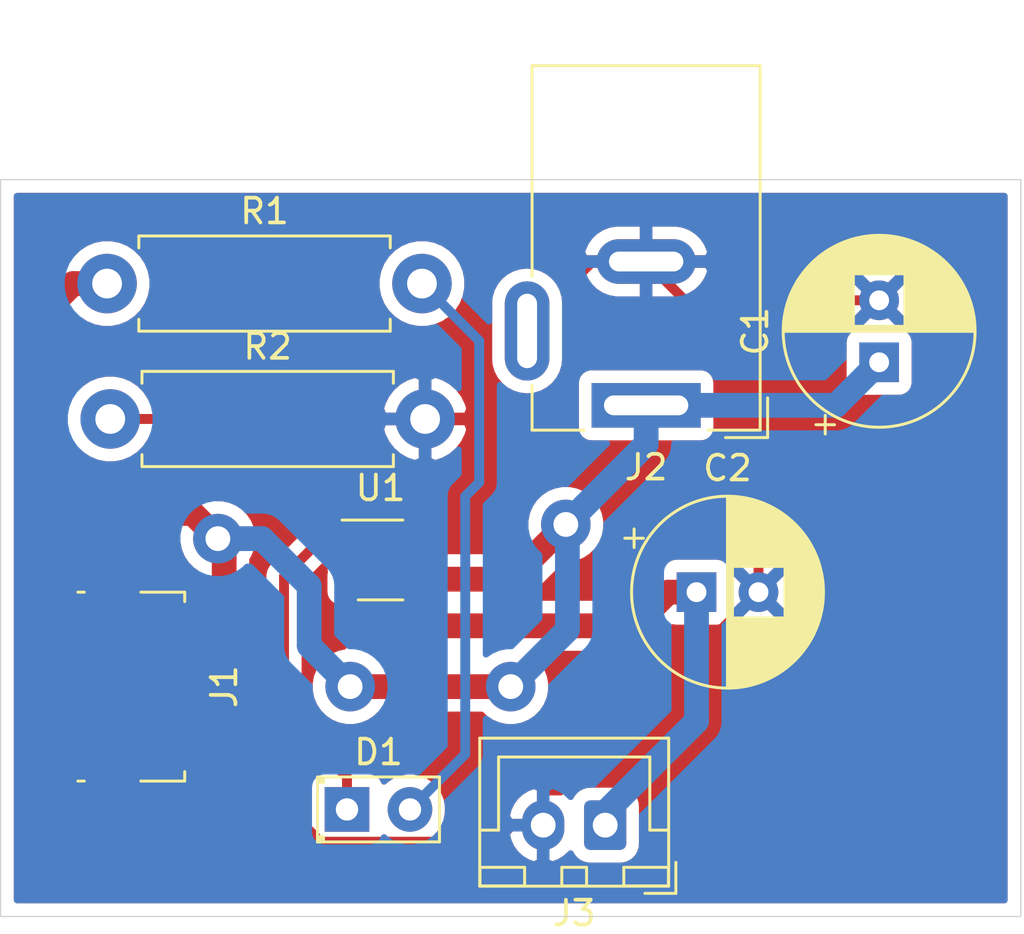
<source format=kicad_pcb>
(kicad_pcb (version 20171130) (host pcbnew "(5.1.10)-1")

  (general
    (thickness 1.6)
    (drawings 6)
    (tracks 111)
    (zones 0)
    (modules 9)
    (nets 11)
  )

  (page A4)
  (layers
    (0 F.Cu signal)
    (31 B.Cu signal)
    (32 B.Adhes user)
    (33 F.Adhes user)
    (34 B.Paste user)
    (35 F.Paste user)
    (36 B.SilkS user)
    (37 F.SilkS user)
    (38 B.Mask user)
    (39 F.Mask user)
    (40 Dwgs.User user)
    (41 Cmts.User user)
    (42 Eco1.User user)
    (43 Eco2.User user)
    (44 Edge.Cuts user)
    (45 Margin user)
    (46 B.CrtYd user)
    (47 F.CrtYd user)
    (48 B.Fab user)
    (49 F.Fab user)
  )

  (setup
    (last_trace_width 0.3)
    (user_trace_width 0.4)
    (user_trace_width 0.8)
    (user_trace_width 1)
    (trace_clearance 0.2)
    (zone_clearance 0.508)
    (zone_45_only no)
    (trace_min 0.2)
    (via_size 2)
    (via_drill 1)
    (via_min_size 0.4)
    (via_min_drill 0.3)
    (user_via 2 1)
    (uvia_size 0.3)
    (uvia_drill 0.1)
    (uvias_allowed no)
    (uvia_min_size 0.2)
    (uvia_min_drill 0.1)
    (edge_width 0.05)
    (segment_width 0.2)
    (pcb_text_width 0.3)
    (pcb_text_size 1.5 1.5)
    (mod_edge_width 0.12)
    (mod_text_size 1 1)
    (mod_text_width 0.15)
    (pad_size 1.7 2)
    (pad_drill 1)
    (pad_to_mask_clearance 0)
    (aux_axis_origin 0 0)
    (visible_elements 7FFFFFFF)
    (pcbplotparams
      (layerselection 0x010fc_ffffffff)
      (usegerberextensions true)
      (usegerberattributes true)
      (usegerberadvancedattributes true)
      (creategerberjobfile true)
      (excludeedgelayer true)
      (linewidth 0.100000)
      (plotframeref false)
      (viasonmask false)
      (mode 1)
      (useauxorigin true)
      (hpglpennumber 1)
      (hpglpenspeed 20)
      (hpglpendiameter 15.000000)
      (psnegative false)
      (psa4output false)
      (plotreference true)
      (plotvalue true)
      (plotinvisibletext false)
      (padsonsilk false)
      (subtractmaskfromsilk false)
      (outputformat 1)
      (mirror false)
      (drillshape 0)
      (scaleselection 1)
      (outputdirectory "gerber"))
  )

  (net 0 "")
  (net 1 GND)
  (net 2 "Net-(D1-Pad2)")
  (net 3 "Net-(D1-Pad1)")
  (net 4 "Net-(J1-Pad6)")
  (net 5 "Net-(J1-Pad4)")
  (net 6 "Net-(J1-Pad3)")
  (net 7 "Net-(J1-Pad2)")
  (net 8 "Net-(R2-Pad1)")
  (net 9 VCC)
  (net 10 VOUT)

  (net_class Default "This is the default net class."
    (clearance 0.2)
    (trace_width 0.3)
    (via_dia 2)
    (via_drill 1)
    (uvia_dia 0.3)
    (uvia_drill 0.1)
    (add_net GND)
    (add_net "Net-(D1-Pad1)")
    (add_net "Net-(D1-Pad2)")
    (add_net "Net-(J1-Pad2)")
    (add_net "Net-(J1-Pad3)")
    (add_net "Net-(J1-Pad4)")
    (add_net "Net-(J1-Pad6)")
    (add_net "Net-(R2-Pad1)")
    (add_net VCC)
    (add_net VOUT)
  )

  (module Package_TO_SOT_SMD:SOT-23-5 (layer F.Cu) (tedit 5A02FF57) (tstamp 6196715A)
    (at 37.803 36.04)
    (descr "5-pin SOT23 package")
    (tags SOT-23-5)
    (path /61944817)
    (attr smd)
    (fp_text reference U1 (at 0 -2.9) (layer F.SilkS)
      (effects (font (size 1 1) (thickness 0.15)))
    )
    (fp_text value MCP73832-5-OT (at 0 2.9) (layer F.Fab)
      (effects (font (size 1 1) (thickness 0.15)))
    )
    (fp_line (start 0.9 -1.55) (end 0.9 1.55) (layer F.Fab) (width 0.1))
    (fp_line (start 0.9 1.55) (end -0.9 1.55) (layer F.Fab) (width 0.1))
    (fp_line (start -0.9 -0.9) (end -0.9 1.55) (layer F.Fab) (width 0.1))
    (fp_line (start 0.9 -1.55) (end -0.25 -1.55) (layer F.Fab) (width 0.1))
    (fp_line (start -0.9 -0.9) (end -0.25 -1.55) (layer F.Fab) (width 0.1))
    (fp_line (start -1.9 1.8) (end -1.9 -1.8) (layer F.CrtYd) (width 0.05))
    (fp_line (start 1.9 1.8) (end -1.9 1.8) (layer F.CrtYd) (width 0.05))
    (fp_line (start 1.9 -1.8) (end 1.9 1.8) (layer F.CrtYd) (width 0.05))
    (fp_line (start -1.9 -1.8) (end 1.9 -1.8) (layer F.CrtYd) (width 0.05))
    (fp_line (start 0.9 -1.61) (end -1.55 -1.61) (layer F.SilkS) (width 0.12))
    (fp_line (start -0.9 1.61) (end 0.9 1.61) (layer F.SilkS) (width 0.12))
    (fp_text user %R (at 0 0 90) (layer F.Fab)
      (effects (font (size 0.5 0.5) (thickness 0.075)))
    )
    (pad 5 smd rect (at 1.1 -0.95) (size 1.06 0.65) (layers F.Cu F.Paste F.Mask)
      (net 8 "Net-(R2-Pad1)"))
    (pad 4 smd rect (at 1.1 0.95) (size 1.06 0.65) (layers F.Cu F.Paste F.Mask)
      (net 9 VCC))
    (pad 3 smd rect (at -1.1 0.95) (size 1.06 0.65) (layers F.Cu F.Paste F.Mask)
      (net 10 VOUT))
    (pad 2 smd rect (at -1.1 0) (size 1.06 0.65) (layers F.Cu F.Paste F.Mask)
      (net 1 GND))
    (pad 1 smd rect (at -1.1 -0.95) (size 1.06 0.65) (layers F.Cu F.Paste F.Mask)
      (net 3 "Net-(D1-Pad1)"))
    (model ${KISYS3DMOD}/Package_TO_SOT_SMD.3dshapes/SOT-23-5.wrl
      (at (xyz 0 0 0))
      (scale (xyz 1 1 1))
      (rotate (xyz 0 0 0))
    )
  )

  (module Resistor_THT:R_Axial_DIN0411_L9.9mm_D3.6mm_P12.70mm_Horizontal (layer F.Cu) (tedit 5AE5139B) (tstamp 61967145)
    (at 26.8998 30.353)
    (descr "Resistor, Axial_DIN0411 series, Axial, Horizontal, pin pitch=12.7mm, 1W, length*diameter=9.9*3.6mm^2")
    (tags "Resistor Axial_DIN0411 series Axial Horizontal pin pitch 12.7mm 1W length 9.9mm diameter 3.6mm")
    (path /6194658C)
    (fp_text reference R2 (at 6.35 -2.92) (layer F.SilkS)
      (effects (font (size 1 1) (thickness 0.15)))
    )
    (fp_text value 2k (at 6.35 2.92) (layer F.Fab)
      (effects (font (size 1 1) (thickness 0.15)))
    )
    (fp_line (start 14.15 -2.05) (end -1.45 -2.05) (layer F.CrtYd) (width 0.05))
    (fp_line (start 14.15 2.05) (end 14.15 -2.05) (layer F.CrtYd) (width 0.05))
    (fp_line (start -1.45 2.05) (end 14.15 2.05) (layer F.CrtYd) (width 0.05))
    (fp_line (start -1.45 -2.05) (end -1.45 2.05) (layer F.CrtYd) (width 0.05))
    (fp_line (start 11.42 1.92) (end 11.42 1.44) (layer F.SilkS) (width 0.12))
    (fp_line (start 1.28 1.92) (end 11.42 1.92) (layer F.SilkS) (width 0.12))
    (fp_line (start 1.28 1.44) (end 1.28 1.92) (layer F.SilkS) (width 0.12))
    (fp_line (start 11.42 -1.92) (end 11.42 -1.44) (layer F.SilkS) (width 0.12))
    (fp_line (start 1.28 -1.92) (end 11.42 -1.92) (layer F.SilkS) (width 0.12))
    (fp_line (start 1.28 -1.44) (end 1.28 -1.92) (layer F.SilkS) (width 0.12))
    (fp_line (start 12.7 0) (end 11.3 0) (layer F.Fab) (width 0.1))
    (fp_line (start 0 0) (end 1.4 0) (layer F.Fab) (width 0.1))
    (fp_line (start 11.3 -1.8) (end 1.4 -1.8) (layer F.Fab) (width 0.1))
    (fp_line (start 11.3 1.8) (end 11.3 -1.8) (layer F.Fab) (width 0.1))
    (fp_line (start 1.4 1.8) (end 11.3 1.8) (layer F.Fab) (width 0.1))
    (fp_line (start 1.4 -1.8) (end 1.4 1.8) (layer F.Fab) (width 0.1))
    (fp_text user %R (at 6.35 0) (layer F.Fab)
      (effects (font (size 1 1) (thickness 0.15)))
    )
    (pad 2 thru_hole oval (at 12.7 0) (size 2.4 2.4) (drill 1.2) (layers *.Cu *.Mask)
      (net 1 GND))
    (pad 1 thru_hole circle (at 0 0) (size 2.4 2.4) (drill 1.2) (layers *.Cu *.Mask)
      (net 8 "Net-(R2-Pad1)"))
    (model ${KISYS3DMOD}/Resistor_THT.3dshapes/R_Axial_DIN0411_L9.9mm_D3.6mm_P12.70mm_Horizontal.wrl
      (at (xyz 0 0 0))
      (scale (xyz 1 1 1))
      (rotate (xyz 0 0 0))
    )
  )

  (module Resistor_THT:R_Axial_DIN0411_L9.9mm_D3.6mm_P12.70mm_Horizontal (layer F.Cu) (tedit 5AE5139B) (tstamp 6196712E)
    (at 26.7728 24.892)
    (descr "Resistor, Axial_DIN0411 series, Axial, Horizontal, pin pitch=12.7mm, 1W, length*diameter=9.9*3.6mm^2")
    (tags "Resistor Axial_DIN0411 series Axial Horizontal pin pitch 12.7mm 1W length 9.9mm diameter 3.6mm")
    (path /6194939A)
    (fp_text reference R1 (at 6.35 -2.92) (layer F.SilkS)
      (effects (font (size 1 1) (thickness 0.15)))
    )
    (fp_text value 470 (at 6.35 2.92) (layer F.Fab)
      (effects (font (size 1 1) (thickness 0.15)))
    )
    (fp_line (start 14.15 -2.05) (end -1.45 -2.05) (layer F.CrtYd) (width 0.05))
    (fp_line (start 14.15 2.05) (end 14.15 -2.05) (layer F.CrtYd) (width 0.05))
    (fp_line (start -1.45 2.05) (end 14.15 2.05) (layer F.CrtYd) (width 0.05))
    (fp_line (start -1.45 -2.05) (end -1.45 2.05) (layer F.CrtYd) (width 0.05))
    (fp_line (start 11.42 1.92) (end 11.42 1.44) (layer F.SilkS) (width 0.12))
    (fp_line (start 1.28 1.92) (end 11.42 1.92) (layer F.SilkS) (width 0.12))
    (fp_line (start 1.28 1.44) (end 1.28 1.92) (layer F.SilkS) (width 0.12))
    (fp_line (start 11.42 -1.92) (end 11.42 -1.44) (layer F.SilkS) (width 0.12))
    (fp_line (start 1.28 -1.92) (end 11.42 -1.92) (layer F.SilkS) (width 0.12))
    (fp_line (start 1.28 -1.44) (end 1.28 -1.92) (layer F.SilkS) (width 0.12))
    (fp_line (start 12.7 0) (end 11.3 0) (layer F.Fab) (width 0.1))
    (fp_line (start 0 0) (end 1.4 0) (layer F.Fab) (width 0.1))
    (fp_line (start 11.3 -1.8) (end 1.4 -1.8) (layer F.Fab) (width 0.1))
    (fp_line (start 11.3 1.8) (end 11.3 -1.8) (layer F.Fab) (width 0.1))
    (fp_line (start 1.4 1.8) (end 11.3 1.8) (layer F.Fab) (width 0.1))
    (fp_line (start 1.4 -1.8) (end 1.4 1.8) (layer F.Fab) (width 0.1))
    (fp_text user %R (at 6.35 0) (layer F.Fab)
      (effects (font (size 1 1) (thickness 0.15)))
    )
    (pad 2 thru_hole oval (at 12.7 0) (size 2.4 2.4) (drill 1.2) (layers *.Cu *.Mask)
      (net 2 "Net-(D1-Pad2)"))
    (pad 1 thru_hole circle (at 0 0) (size 2.4 2.4) (drill 1.2) (layers *.Cu *.Mask)
      (net 9 VCC))
    (model ${KISYS3DMOD}/Resistor_THT.3dshapes/R_Axial_DIN0411_L9.9mm_D3.6mm_P12.70mm_Horizontal.wrl
      (at (xyz 0 0 0))
      (scale (xyz 1 1 1))
      (rotate (xyz 0 0 0))
    )
  )

  (module Connector_JST:JST_XH_B2B-XH-A_1x02_P2.50mm_Vertical (layer F.Cu) (tedit 6195F416) (tstamp 61967117)
    (at 46.863 46.736 180)
    (descr "JST XH series connector, B2B-XH-A (http://www.jst-mfg.com/product/pdf/eng/eXH.pdf), generated with kicad-footprint-generator")
    (tags "connector JST XH vertical")
    (path /6194D7AC)
    (fp_text reference J3 (at 1.25 -3.55) (layer F.SilkS)
      (effects (font (size 1 1) (thickness 0.15)))
    )
    (fp_text value Conn_01x02_Female (at 1.25 4.6) (layer F.Fab)
      (effects (font (size 1 1) (thickness 0.15)))
    )
    (fp_line (start -2.85 -2.75) (end -2.85 -1.5) (layer F.SilkS) (width 0.12))
    (fp_line (start -1.6 -2.75) (end -2.85 -2.75) (layer F.SilkS) (width 0.12))
    (fp_line (start 4.3 2.75) (end 1.25 2.75) (layer F.SilkS) (width 0.12))
    (fp_line (start 4.3 -0.2) (end 4.3 2.75) (layer F.SilkS) (width 0.12))
    (fp_line (start 5.05 -0.2) (end 4.3 -0.2) (layer F.SilkS) (width 0.12))
    (fp_line (start -1.8 2.75) (end 1.25 2.75) (layer F.SilkS) (width 0.12))
    (fp_line (start -1.8 -0.2) (end -1.8 2.75) (layer F.SilkS) (width 0.12))
    (fp_line (start -2.55 -0.2) (end -1.8 -0.2) (layer F.SilkS) (width 0.12))
    (fp_line (start 5.05 -2.45) (end 3.25 -2.45) (layer F.SilkS) (width 0.12))
    (fp_line (start 5.05 -1.7) (end 5.05 -2.45) (layer F.SilkS) (width 0.12))
    (fp_line (start 3.25 -1.7) (end 5.05 -1.7) (layer F.SilkS) (width 0.12))
    (fp_line (start 3.25 -2.45) (end 3.25 -1.7) (layer F.SilkS) (width 0.12))
    (fp_line (start -0.75 -2.45) (end -2.55 -2.45) (layer F.SilkS) (width 0.12))
    (fp_line (start -0.75 -1.7) (end -0.75 -2.45) (layer F.SilkS) (width 0.12))
    (fp_line (start -2.55 -1.7) (end -0.75 -1.7) (layer F.SilkS) (width 0.12))
    (fp_line (start -2.55 -2.45) (end -2.55 -1.7) (layer F.SilkS) (width 0.12))
    (fp_line (start 1.75 -2.45) (end 0.75 -2.45) (layer F.SilkS) (width 0.12))
    (fp_line (start 1.75 -1.7) (end 1.75 -2.45) (layer F.SilkS) (width 0.12))
    (fp_line (start 0.75 -1.7) (end 1.75 -1.7) (layer F.SilkS) (width 0.12))
    (fp_line (start 0.75 -2.45) (end 0.75 -1.7) (layer F.SilkS) (width 0.12))
    (fp_line (start 0 -1.35) (end 0.625 -2.35) (layer F.Fab) (width 0.1))
    (fp_line (start -0.625 -2.35) (end 0 -1.35) (layer F.Fab) (width 0.1))
    (fp_line (start 5.45 -2.85) (end -2.95 -2.85) (layer F.CrtYd) (width 0.05))
    (fp_line (start 5.45 3.9) (end 5.45 -2.85) (layer F.CrtYd) (width 0.05))
    (fp_line (start -2.95 3.9) (end 5.45 3.9) (layer F.CrtYd) (width 0.05))
    (fp_line (start -2.95 -2.85) (end -2.95 3.9) (layer F.CrtYd) (width 0.05))
    (fp_line (start 5.06 -2.46) (end -2.56 -2.46) (layer F.SilkS) (width 0.12))
    (fp_line (start 5.06 3.51) (end 5.06 -2.46) (layer F.SilkS) (width 0.12))
    (fp_line (start -2.56 3.51) (end 5.06 3.51) (layer F.SilkS) (width 0.12))
    (fp_line (start -2.56 -2.46) (end -2.56 3.51) (layer F.SilkS) (width 0.12))
    (fp_line (start 4.95 -2.35) (end -2.45 -2.35) (layer F.Fab) (width 0.1))
    (fp_line (start 4.95 3.4) (end 4.95 -2.35) (layer F.Fab) (width 0.1))
    (fp_line (start -2.45 3.4) (end 4.95 3.4) (layer F.Fab) (width 0.1))
    (fp_line (start -2.45 -2.35) (end -2.45 3.4) (layer F.Fab) (width 0.1))
    (fp_text user %R (at 1.25 2.7) (layer F.Fab)
      (effects (font (size 1 1) (thickness 0.15)))
    )
    (pad 2 thru_hole oval (at 2.5 0 180) (size 1.7 2) (drill 1) (layers *.Cu *.Mask)
      (net 1 GND))
    (pad 1 thru_hole roundrect (at 0 0 180) (size 1.7 2) (drill 1) (layers *.Cu *.Mask) (roundrect_rratio 0.147)
      (net 10 VOUT))
    (model ${KISYS3DMOD}/Connector_JST.3dshapes/JST_XH_B2B-XH-A_1x02_P2.50mm_Vertical.wrl
      (at (xyz 0 0 0))
      (scale (xyz 1 1 1))
      (rotate (xyz 0 0 0))
    )
  )

  (module Connector_BarrelJack:BarrelJack_Wuerth_6941xx301002 (layer F.Cu) (tedit 5B191DE1) (tstamp 619670EE)
    (at 48.514 29.803 180)
    (descr "Wuerth electronics barrel jack connector (5.5mm outher diameter, inner diameter 2.05mm or 2.55mm depending on exact order number), See: http://katalog.we-online.de/em/datasheet/6941xx301002.pdf")
    (tags "connector barrel jack")
    (path /6194F0D4)
    (fp_text reference J2 (at 0 -2.5) (layer F.SilkS)
      (effects (font (size 1 1) (thickness 0.15)))
    )
    (fp_text value Jack-DC (at 0 15.5) (layer F.Fab)
      (effects (font (size 1 1) (thickness 0.15)))
    )
    (fp_line (start -4.6 -1) (end -2.5 -1) (layer F.SilkS) (width 0.12))
    (fp_line (start 6.2 0.5) (end 5 0.5) (layer F.CrtYd) (width 0.05))
    (fp_line (start 6.2 5.5) (end 5 5.5) (layer F.CrtYd) (width 0.05))
    (fp_line (start 6.2 0.5) (end 6.2 5.5) (layer F.CrtYd) (width 0.05))
    (fp_line (start 5 0.5) (end 5 -1.4) (layer F.CrtYd) (width 0.05))
    (fp_line (start -5 14.1) (end 5 14.1) (layer F.CrtYd) (width 0.05))
    (fp_line (start -5 -1.4) (end -5 14.1) (layer F.CrtYd) (width 0.05))
    (fp_line (start 5 -1.4) (end -5 -1.4) (layer F.CrtYd) (width 0.05))
    (fp_line (start -4.9 -1.3) (end -4.9 0.3) (layer F.SilkS) (width 0.12))
    (fp_line (start -3.2 -1.3) (end -4.9 -1.3) (layer F.SilkS) (width 0.12))
    (fp_line (start 4.6 -1) (end 4.6 0.8) (layer F.SilkS) (width 0.12))
    (fp_line (start 2.5 -1) (end 4.6 -1) (layer F.SilkS) (width 0.12))
    (fp_line (start -4.6 13.7) (end -4.6 -1) (layer F.SilkS) (width 0.12))
    (fp_line (start 4.6 13.7) (end -4.6 13.7) (layer F.SilkS) (width 0.12))
    (fp_line (start -4.5 13.6) (end -4.5 0.1) (layer F.Fab) (width 0.1))
    (fp_line (start 4.5 13.6) (end -4.5 13.6) (layer F.Fab) (width 0.1))
    (fp_line (start 4.5 -0.9) (end 4.5 13.6) (layer F.Fab) (width 0.1))
    (fp_line (start 4.5 -0.9) (end -3.5 -0.9) (layer F.Fab) (width 0.1))
    (fp_line (start -4.5 0.1) (end -3.5 -0.9) (layer F.Fab) (width 0.1))
    (fp_line (start 4.6 5.2) (end 4.6 13.7) (layer F.SilkS) (width 0.12))
    (fp_line (start 5 14.1) (end 5 5.5) (layer F.CrtYd) (width 0.05))
    (fp_text user %R (at 0 7.5) (layer F.Fab)
      (effects (font (size 1 1) (thickness 0.15)))
    )
    (pad 1 thru_hole rect (at 0 0 180) (size 4.4 1.8) (drill oval 3.4 0.8) (layers *.Cu *.Mask)
      (net 9 VCC))
    (pad 2 thru_hole oval (at 0 5.8 180) (size 4 1.8) (drill oval 3 0.8) (layers *.Cu *.Mask)
      (net 1 GND))
    (pad 3 thru_hole oval (at 4.8 3 270) (size 4 1.8) (drill oval 3 0.8) (layers *.Cu *.Mask))
    (model ${KISYS3DMOD}/Connector_BarrelJack.3dshapes/BarrelJack_Wuerth_6941xx301002.wrl
      (at (xyz 0 0 0))
      (scale (xyz 1 1 1))
      (rotate (xyz 0 0 0))
    )
  )

  (module Connector_USB:USB_Micro-B_Molex_47346-0001 (layer F.Cu) (tedit 5D8620A7) (tstamp 619670D1)
    (at 28.194 41.148 270)
    (descr "Micro USB B receptable with flange, bottom-mount, SMD, right-angle (http://www.molex.com/pdm_docs/sd/473460001_sd.pdf)")
    (tags "Micro B USB SMD")
    (path /61947352)
    (attr smd)
    (fp_text reference J1 (at 0 -3.3 270) (layer F.SilkS)
      (effects (font (size 1 1) (thickness 0.15)))
    )
    (fp_text value USB_B_Micro (at 0 4.6 270) (layer F.Fab)
      (effects (font (size 1 1) (thickness 0.15)))
    )
    (fp_line (start -3.25 2.65) (end 3.25 2.65) (layer F.Fab) (width 0.1))
    (fp_line (start -3.81 2.6) (end -3.81 2.34) (layer F.SilkS) (width 0.12))
    (fp_line (start -3.81 0.06) (end -3.81 -1.71) (layer F.SilkS) (width 0.12))
    (fp_line (start -3.81 -1.71) (end -3.43 -1.71) (layer F.SilkS) (width 0.12))
    (fp_line (start 3.81 -1.71) (end 3.81 0.06) (layer F.SilkS) (width 0.12))
    (fp_line (start 3.81 2.34) (end 3.81 2.6) (layer F.SilkS) (width 0.12))
    (fp_line (start -3.75 3.35) (end -3.75 -1.65) (layer F.Fab) (width 0.1))
    (fp_line (start -3.75 -1.65) (end 3.75 -1.65) (layer F.Fab) (width 0.1))
    (fp_line (start 3.75 -1.65) (end 3.75 3.35) (layer F.Fab) (width 0.1))
    (fp_line (start 3.75 3.35) (end -3.75 3.35) (layer F.Fab) (width 0.1))
    (fp_line (start -4.7 3.85) (end -4.7 -2.65) (layer F.CrtYd) (width 0.05))
    (fp_line (start -4.7 -2.65) (end 4.7 -2.65) (layer F.CrtYd) (width 0.05))
    (fp_line (start 4.7 -2.65) (end 4.7 3.85) (layer F.CrtYd) (width 0.05))
    (fp_line (start 4.7 3.85) (end -4.7 3.85) (layer F.CrtYd) (width 0.05))
    (fp_line (start 3.81 -1.71) (end 3.43 -1.71) (layer F.SilkS) (width 0.12))
    (fp_text user %R (at 0 1.2 90) (layer F.Fab)
      (effects (font (size 1 1) (thickness 0.15)))
    )
    (fp_text user "PCB Edge" (at 0 2.67 270) (layer Dwgs.User)
      (effects (font (size 0.4 0.4) (thickness 0.04)))
    )
    (pad 6 smd rect (at 1.55 1.2 270) (size 1 1.9) (layers F.Cu F.Paste F.Mask)
      (net 4 "Net-(J1-Pad6)"))
    (pad 6 smd rect (at -1.15 1.2 270) (size 1.8 1.9) (layers F.Cu F.Paste F.Mask)
      (net 4 "Net-(J1-Pad6)"))
    (pad 6 smd rect (at 3.375 1.2 270) (size 1.65 1.3) (layers F.Cu F.Paste F.Mask)
      (net 4 "Net-(J1-Pad6)"))
    (pad 6 smd rect (at -3.375 1.2 270) (size 1.65 1.3) (layers F.Cu F.Paste F.Mask)
      (net 4 "Net-(J1-Pad6)"))
    (pad 6 smd rect (at 2.4875 -1.375 270) (size 1.425 1.55) (layers F.Cu F.Paste F.Mask)
      (net 4 "Net-(J1-Pad6)"))
    (pad 6 smd rect (at -2.4875 -1.375 270) (size 1.425 1.55) (layers F.Cu F.Paste F.Mask)
      (net 4 "Net-(J1-Pad6)"))
    (pad 5 smd rect (at 1.3 -1.46 270) (size 0.45 1.38) (layers F.Cu F.Paste F.Mask)
      (net 1 GND))
    (pad 4 smd rect (at 0.65 -1.46 270) (size 0.45 1.38) (layers F.Cu F.Paste F.Mask)
      (net 5 "Net-(J1-Pad4)"))
    (pad 3 smd rect (at 0 -1.46 270) (size 0.45 1.38) (layers F.Cu F.Paste F.Mask)
      (net 6 "Net-(J1-Pad3)"))
    (pad 2 smd rect (at -0.65 -1.46 270) (size 0.45 1.38) (layers F.Cu F.Paste F.Mask)
      (net 7 "Net-(J1-Pad2)"))
    (pad 1 smd rect (at -1.3 -1.46 270) (size 0.45 1.38) (layers F.Cu F.Paste F.Mask)
      (net 9 VCC))
    (model ${KISYS3DMOD}/Connector_USB.3dshapes/USB_Micro-B_Molex_47346-0001.wrl
      (at (xyz 0 0 0))
      (scale (xyz 1 1 1))
      (rotate (xyz 0 0 0))
    )
  )

  (module LED_THT:LED_D2.0mm_W4.8mm_H2.5mm_FlatTop (layer F.Cu) (tedit 5880A862) (tstamp 619670B1)
    (at 36.449 46.101)
    (descr "LED, Round, FlatTop,  Rectangular size 4.8x2.5mm^2 diameter 2.0mm, 2 pins, http://www.kingbright.com/attachments/file/psearch/000/00/00/L-13GD(Ver.11B).pdf")
    (tags "LED Round FlatTop  Rectangular size 4.8x2.5mm^2 diameter 2.0mm 2 pins")
    (path /61949737)
    (fp_text reference D1 (at 1.27 -2.31) (layer F.SilkS)
      (effects (font (size 1 1) (thickness 0.15)))
    )
    (fp_text value LED (at 1.27 2.31) (layer F.Fab)
      (effects (font (size 1 1) (thickness 0.15)))
    )
    (fp_line (start 4 -1.6) (end -1.45 -1.6) (layer F.CrtYd) (width 0.05))
    (fp_line (start 4 1.6) (end 4 -1.6) (layer F.CrtYd) (width 0.05))
    (fp_line (start -1.45 1.6) (end 4 1.6) (layer F.CrtYd) (width 0.05))
    (fp_line (start -1.45 -1.6) (end -1.45 1.6) (layer F.CrtYd) (width 0.05))
    (fp_line (start -0.95 1.08) (end -0.95 1.31) (layer F.SilkS) (width 0.12))
    (fp_line (start -0.95 -1.31) (end -0.95 -1.08) (layer F.SilkS) (width 0.12))
    (fp_line (start -1.07 1.08) (end -1.07 1.31) (layer F.SilkS) (width 0.12))
    (fp_line (start -1.07 -1.31) (end -1.07 -1.08) (layer F.SilkS) (width 0.12))
    (fp_line (start 3.73 -1.31) (end 3.73 1.31) (layer F.SilkS) (width 0.12))
    (fp_line (start -1.19 -1.31) (end -1.19 1.31) (layer F.SilkS) (width 0.12))
    (fp_line (start -1.19 1.31) (end 3.73 1.31) (layer F.SilkS) (width 0.12))
    (fp_line (start -1.19 -1.31) (end 3.73 -1.31) (layer F.SilkS) (width 0.12))
    (fp_line (start 3.67 -1.25) (end -1.13 -1.25) (layer F.Fab) (width 0.1))
    (fp_line (start 3.67 1.25) (end 3.67 -1.25) (layer F.Fab) (width 0.1))
    (fp_line (start -1.13 1.25) (end 3.67 1.25) (layer F.Fab) (width 0.1))
    (fp_line (start -1.13 -1.25) (end -1.13 1.25) (layer F.Fab) (width 0.1))
    (fp_circle (center 1.27 0) (end 2.27 0) (layer F.Fab) (width 0.1))
    (pad 2 thru_hole circle (at 2.54 0) (size 1.8 1.8) (drill 0.9) (layers *.Cu *.Mask)
      (net 2 "Net-(D1-Pad2)"))
    (pad 1 thru_hole rect (at 0 0) (size 1.8 1.8) (drill 0.9) (layers *.Cu *.Mask)
      (net 3 "Net-(D1-Pad1)"))
    (model ${KISYS3DMOD}/LED_THT.3dshapes/LED_D2.0mm_W4.8mm_H2.5mm_FlatTop.wrl
      (at (xyz 0 0 0))
      (scale (xyz 1 1 1))
      (rotate (xyz 0 0 0))
    )
  )

  (module Capacitor_THT:CP_Radial_D7.5mm_P2.50mm (layer F.Cu) (tedit 5AE50EF0) (tstamp 6196709A)
    (at 50.546 37.338)
    (descr "CP, Radial series, Radial, pin pitch=2.50mm, , diameter=7.5mm, Electrolytic Capacitor")
    (tags "CP Radial series Radial pin pitch 2.50mm  diameter 7.5mm Electrolytic Capacitor")
    (path /6194AD3C)
    (fp_text reference C2 (at 1.25 -5) (layer F.SilkS)
      (effects (font (size 1 1) (thickness 0.15)))
    )
    (fp_text value 4.7u (at 1.25 5) (layer F.Fab)
      (effects (font (size 1 1) (thickness 0.15)))
    )
    (fp_line (start -2.517211 -2.55) (end -2.517211 -1.8) (layer F.SilkS) (width 0.12))
    (fp_line (start -2.892211 -2.175) (end -2.142211 -2.175) (layer F.SilkS) (width 0.12))
    (fp_line (start 5.091 -0.441) (end 5.091 0.441) (layer F.SilkS) (width 0.12))
    (fp_line (start 5.051 -0.693) (end 5.051 0.693) (layer F.SilkS) (width 0.12))
    (fp_line (start 5.011 -0.877) (end 5.011 0.877) (layer F.SilkS) (width 0.12))
    (fp_line (start 4.971 -1.028) (end 4.971 1.028) (layer F.SilkS) (width 0.12))
    (fp_line (start 4.931 -1.158) (end 4.931 1.158) (layer F.SilkS) (width 0.12))
    (fp_line (start 4.891 -1.275) (end 4.891 1.275) (layer F.SilkS) (width 0.12))
    (fp_line (start 4.851 -1.381) (end 4.851 1.381) (layer F.SilkS) (width 0.12))
    (fp_line (start 4.811 -1.478) (end 4.811 1.478) (layer F.SilkS) (width 0.12))
    (fp_line (start 4.771 -1.569) (end 4.771 1.569) (layer F.SilkS) (width 0.12))
    (fp_line (start 4.731 -1.654) (end 4.731 1.654) (layer F.SilkS) (width 0.12))
    (fp_line (start 4.691 -1.733) (end 4.691 1.733) (layer F.SilkS) (width 0.12))
    (fp_line (start 4.651 -1.809) (end 4.651 1.809) (layer F.SilkS) (width 0.12))
    (fp_line (start 4.611 -1.881) (end 4.611 1.881) (layer F.SilkS) (width 0.12))
    (fp_line (start 4.571 -1.949) (end 4.571 1.949) (layer F.SilkS) (width 0.12))
    (fp_line (start 4.531 -2.014) (end 4.531 2.014) (layer F.SilkS) (width 0.12))
    (fp_line (start 4.491 -2.077) (end 4.491 2.077) (layer F.SilkS) (width 0.12))
    (fp_line (start 4.451 -2.137) (end 4.451 2.137) (layer F.SilkS) (width 0.12))
    (fp_line (start 4.411 -2.195) (end 4.411 2.195) (layer F.SilkS) (width 0.12))
    (fp_line (start 4.371 -2.25) (end 4.371 2.25) (layer F.SilkS) (width 0.12))
    (fp_line (start 4.331 -2.304) (end 4.331 2.304) (layer F.SilkS) (width 0.12))
    (fp_line (start 4.291 -2.355) (end 4.291 2.355) (layer F.SilkS) (width 0.12))
    (fp_line (start 4.251 -2.405) (end 4.251 2.405) (layer F.SilkS) (width 0.12))
    (fp_line (start 4.211 -2.454) (end 4.211 2.454) (layer F.SilkS) (width 0.12))
    (fp_line (start 4.171 -2.5) (end 4.171 2.5) (layer F.SilkS) (width 0.12))
    (fp_line (start 4.131 -2.546) (end 4.131 2.546) (layer F.SilkS) (width 0.12))
    (fp_line (start 4.091 -2.589) (end 4.091 2.589) (layer F.SilkS) (width 0.12))
    (fp_line (start 4.051 -2.632) (end 4.051 2.632) (layer F.SilkS) (width 0.12))
    (fp_line (start 4.011 -2.673) (end 4.011 2.673) (layer F.SilkS) (width 0.12))
    (fp_line (start 3.971 -2.713) (end 3.971 2.713) (layer F.SilkS) (width 0.12))
    (fp_line (start 3.931 -2.752) (end 3.931 2.752) (layer F.SilkS) (width 0.12))
    (fp_line (start 3.891 -2.79) (end 3.891 2.79) (layer F.SilkS) (width 0.12))
    (fp_line (start 3.851 -2.827) (end 3.851 2.827) (layer F.SilkS) (width 0.12))
    (fp_line (start 3.811 -2.863) (end 3.811 2.863) (layer F.SilkS) (width 0.12))
    (fp_line (start 3.771 -2.898) (end 3.771 2.898) (layer F.SilkS) (width 0.12))
    (fp_line (start 3.731 -2.931) (end 3.731 2.931) (layer F.SilkS) (width 0.12))
    (fp_line (start 3.691 -2.964) (end 3.691 2.964) (layer F.SilkS) (width 0.12))
    (fp_line (start 3.651 -2.996) (end 3.651 2.996) (layer F.SilkS) (width 0.12))
    (fp_line (start 3.611 -3.028) (end 3.611 3.028) (layer F.SilkS) (width 0.12))
    (fp_line (start 3.571 -3.058) (end 3.571 3.058) (layer F.SilkS) (width 0.12))
    (fp_line (start 3.531 1.04) (end 3.531 3.088) (layer F.SilkS) (width 0.12))
    (fp_line (start 3.531 -3.088) (end 3.531 -1.04) (layer F.SilkS) (width 0.12))
    (fp_line (start 3.491 1.04) (end 3.491 3.116) (layer F.SilkS) (width 0.12))
    (fp_line (start 3.491 -3.116) (end 3.491 -1.04) (layer F.SilkS) (width 0.12))
    (fp_line (start 3.451 1.04) (end 3.451 3.144) (layer F.SilkS) (width 0.12))
    (fp_line (start 3.451 -3.144) (end 3.451 -1.04) (layer F.SilkS) (width 0.12))
    (fp_line (start 3.411 1.04) (end 3.411 3.172) (layer F.SilkS) (width 0.12))
    (fp_line (start 3.411 -3.172) (end 3.411 -1.04) (layer F.SilkS) (width 0.12))
    (fp_line (start 3.371 1.04) (end 3.371 3.198) (layer F.SilkS) (width 0.12))
    (fp_line (start 3.371 -3.198) (end 3.371 -1.04) (layer F.SilkS) (width 0.12))
    (fp_line (start 3.331 1.04) (end 3.331 3.224) (layer F.SilkS) (width 0.12))
    (fp_line (start 3.331 -3.224) (end 3.331 -1.04) (layer F.SilkS) (width 0.12))
    (fp_line (start 3.291 1.04) (end 3.291 3.249) (layer F.SilkS) (width 0.12))
    (fp_line (start 3.291 -3.249) (end 3.291 -1.04) (layer F.SilkS) (width 0.12))
    (fp_line (start 3.251 1.04) (end 3.251 3.274) (layer F.SilkS) (width 0.12))
    (fp_line (start 3.251 -3.274) (end 3.251 -1.04) (layer F.SilkS) (width 0.12))
    (fp_line (start 3.211 1.04) (end 3.211 3.297) (layer F.SilkS) (width 0.12))
    (fp_line (start 3.211 -3.297) (end 3.211 -1.04) (layer F.SilkS) (width 0.12))
    (fp_line (start 3.171 1.04) (end 3.171 3.321) (layer F.SilkS) (width 0.12))
    (fp_line (start 3.171 -3.321) (end 3.171 -1.04) (layer F.SilkS) (width 0.12))
    (fp_line (start 3.131 1.04) (end 3.131 3.343) (layer F.SilkS) (width 0.12))
    (fp_line (start 3.131 -3.343) (end 3.131 -1.04) (layer F.SilkS) (width 0.12))
    (fp_line (start 3.091 1.04) (end 3.091 3.365) (layer F.SilkS) (width 0.12))
    (fp_line (start 3.091 -3.365) (end 3.091 -1.04) (layer F.SilkS) (width 0.12))
    (fp_line (start 3.051 1.04) (end 3.051 3.386) (layer F.SilkS) (width 0.12))
    (fp_line (start 3.051 -3.386) (end 3.051 -1.04) (layer F.SilkS) (width 0.12))
    (fp_line (start 3.011 1.04) (end 3.011 3.407) (layer F.SilkS) (width 0.12))
    (fp_line (start 3.011 -3.407) (end 3.011 -1.04) (layer F.SilkS) (width 0.12))
    (fp_line (start 2.971 1.04) (end 2.971 3.427) (layer F.SilkS) (width 0.12))
    (fp_line (start 2.971 -3.427) (end 2.971 -1.04) (layer F.SilkS) (width 0.12))
    (fp_line (start 2.931 1.04) (end 2.931 3.447) (layer F.SilkS) (width 0.12))
    (fp_line (start 2.931 -3.447) (end 2.931 -1.04) (layer F.SilkS) (width 0.12))
    (fp_line (start 2.891 1.04) (end 2.891 3.466) (layer F.SilkS) (width 0.12))
    (fp_line (start 2.891 -3.466) (end 2.891 -1.04) (layer F.SilkS) (width 0.12))
    (fp_line (start 2.851 1.04) (end 2.851 3.484) (layer F.SilkS) (width 0.12))
    (fp_line (start 2.851 -3.484) (end 2.851 -1.04) (layer F.SilkS) (width 0.12))
    (fp_line (start 2.811 1.04) (end 2.811 3.502) (layer F.SilkS) (width 0.12))
    (fp_line (start 2.811 -3.502) (end 2.811 -1.04) (layer F.SilkS) (width 0.12))
    (fp_line (start 2.771 1.04) (end 2.771 3.52) (layer F.SilkS) (width 0.12))
    (fp_line (start 2.771 -3.52) (end 2.771 -1.04) (layer F.SilkS) (width 0.12))
    (fp_line (start 2.731 1.04) (end 2.731 3.536) (layer F.SilkS) (width 0.12))
    (fp_line (start 2.731 -3.536) (end 2.731 -1.04) (layer F.SilkS) (width 0.12))
    (fp_line (start 2.691 1.04) (end 2.691 3.553) (layer F.SilkS) (width 0.12))
    (fp_line (start 2.691 -3.553) (end 2.691 -1.04) (layer F.SilkS) (width 0.12))
    (fp_line (start 2.651 1.04) (end 2.651 3.568) (layer F.SilkS) (width 0.12))
    (fp_line (start 2.651 -3.568) (end 2.651 -1.04) (layer F.SilkS) (width 0.12))
    (fp_line (start 2.611 1.04) (end 2.611 3.584) (layer F.SilkS) (width 0.12))
    (fp_line (start 2.611 -3.584) (end 2.611 -1.04) (layer F.SilkS) (width 0.12))
    (fp_line (start 2.571 1.04) (end 2.571 3.598) (layer F.SilkS) (width 0.12))
    (fp_line (start 2.571 -3.598) (end 2.571 -1.04) (layer F.SilkS) (width 0.12))
    (fp_line (start 2.531 1.04) (end 2.531 3.613) (layer F.SilkS) (width 0.12))
    (fp_line (start 2.531 -3.613) (end 2.531 -1.04) (layer F.SilkS) (width 0.12))
    (fp_line (start 2.491 1.04) (end 2.491 3.626) (layer F.SilkS) (width 0.12))
    (fp_line (start 2.491 -3.626) (end 2.491 -1.04) (layer F.SilkS) (width 0.12))
    (fp_line (start 2.451 1.04) (end 2.451 3.64) (layer F.SilkS) (width 0.12))
    (fp_line (start 2.451 -3.64) (end 2.451 -1.04) (layer F.SilkS) (width 0.12))
    (fp_line (start 2.411 1.04) (end 2.411 3.653) (layer F.SilkS) (width 0.12))
    (fp_line (start 2.411 -3.653) (end 2.411 -1.04) (layer F.SilkS) (width 0.12))
    (fp_line (start 2.371 1.04) (end 2.371 3.665) (layer F.SilkS) (width 0.12))
    (fp_line (start 2.371 -3.665) (end 2.371 -1.04) (layer F.SilkS) (width 0.12))
    (fp_line (start 2.331 1.04) (end 2.331 3.677) (layer F.SilkS) (width 0.12))
    (fp_line (start 2.331 -3.677) (end 2.331 -1.04) (layer F.SilkS) (width 0.12))
    (fp_line (start 2.291 1.04) (end 2.291 3.688) (layer F.SilkS) (width 0.12))
    (fp_line (start 2.291 -3.688) (end 2.291 -1.04) (layer F.SilkS) (width 0.12))
    (fp_line (start 2.251 1.04) (end 2.251 3.699) (layer F.SilkS) (width 0.12))
    (fp_line (start 2.251 -3.699) (end 2.251 -1.04) (layer F.SilkS) (width 0.12))
    (fp_line (start 2.211 1.04) (end 2.211 3.71) (layer F.SilkS) (width 0.12))
    (fp_line (start 2.211 -3.71) (end 2.211 -1.04) (layer F.SilkS) (width 0.12))
    (fp_line (start 2.171 1.04) (end 2.171 3.72) (layer F.SilkS) (width 0.12))
    (fp_line (start 2.171 -3.72) (end 2.171 -1.04) (layer F.SilkS) (width 0.12))
    (fp_line (start 2.131 1.04) (end 2.131 3.729) (layer F.SilkS) (width 0.12))
    (fp_line (start 2.131 -3.729) (end 2.131 -1.04) (layer F.SilkS) (width 0.12))
    (fp_line (start 2.091 1.04) (end 2.091 3.738) (layer F.SilkS) (width 0.12))
    (fp_line (start 2.091 -3.738) (end 2.091 -1.04) (layer F.SilkS) (width 0.12))
    (fp_line (start 2.051 1.04) (end 2.051 3.747) (layer F.SilkS) (width 0.12))
    (fp_line (start 2.051 -3.747) (end 2.051 -1.04) (layer F.SilkS) (width 0.12))
    (fp_line (start 2.011 1.04) (end 2.011 3.755) (layer F.SilkS) (width 0.12))
    (fp_line (start 2.011 -3.755) (end 2.011 -1.04) (layer F.SilkS) (width 0.12))
    (fp_line (start 1.971 1.04) (end 1.971 3.763) (layer F.SilkS) (width 0.12))
    (fp_line (start 1.971 -3.763) (end 1.971 -1.04) (layer F.SilkS) (width 0.12))
    (fp_line (start 1.93 1.04) (end 1.93 3.77) (layer F.SilkS) (width 0.12))
    (fp_line (start 1.93 -3.77) (end 1.93 -1.04) (layer F.SilkS) (width 0.12))
    (fp_line (start 1.89 1.04) (end 1.89 3.777) (layer F.SilkS) (width 0.12))
    (fp_line (start 1.89 -3.777) (end 1.89 -1.04) (layer F.SilkS) (width 0.12))
    (fp_line (start 1.85 1.04) (end 1.85 3.784) (layer F.SilkS) (width 0.12))
    (fp_line (start 1.85 -3.784) (end 1.85 -1.04) (layer F.SilkS) (width 0.12))
    (fp_line (start 1.81 1.04) (end 1.81 3.79) (layer F.SilkS) (width 0.12))
    (fp_line (start 1.81 -3.79) (end 1.81 -1.04) (layer F.SilkS) (width 0.12))
    (fp_line (start 1.77 1.04) (end 1.77 3.795) (layer F.SilkS) (width 0.12))
    (fp_line (start 1.77 -3.795) (end 1.77 -1.04) (layer F.SilkS) (width 0.12))
    (fp_line (start 1.73 1.04) (end 1.73 3.801) (layer F.SilkS) (width 0.12))
    (fp_line (start 1.73 -3.801) (end 1.73 -1.04) (layer F.SilkS) (width 0.12))
    (fp_line (start 1.69 1.04) (end 1.69 3.805) (layer F.SilkS) (width 0.12))
    (fp_line (start 1.69 -3.805) (end 1.69 -1.04) (layer F.SilkS) (width 0.12))
    (fp_line (start 1.65 1.04) (end 1.65 3.81) (layer F.SilkS) (width 0.12))
    (fp_line (start 1.65 -3.81) (end 1.65 -1.04) (layer F.SilkS) (width 0.12))
    (fp_line (start 1.61 1.04) (end 1.61 3.814) (layer F.SilkS) (width 0.12))
    (fp_line (start 1.61 -3.814) (end 1.61 -1.04) (layer F.SilkS) (width 0.12))
    (fp_line (start 1.57 1.04) (end 1.57 3.817) (layer F.SilkS) (width 0.12))
    (fp_line (start 1.57 -3.817) (end 1.57 -1.04) (layer F.SilkS) (width 0.12))
    (fp_line (start 1.53 1.04) (end 1.53 3.82) (layer F.SilkS) (width 0.12))
    (fp_line (start 1.53 -3.82) (end 1.53 -1.04) (layer F.SilkS) (width 0.12))
    (fp_line (start 1.49 1.04) (end 1.49 3.823) (layer F.SilkS) (width 0.12))
    (fp_line (start 1.49 -3.823) (end 1.49 -1.04) (layer F.SilkS) (width 0.12))
    (fp_line (start 1.45 -3.825) (end 1.45 3.825) (layer F.SilkS) (width 0.12))
    (fp_line (start 1.41 -3.827) (end 1.41 3.827) (layer F.SilkS) (width 0.12))
    (fp_line (start 1.37 -3.829) (end 1.37 3.829) (layer F.SilkS) (width 0.12))
    (fp_line (start 1.33 -3.83) (end 1.33 3.83) (layer F.SilkS) (width 0.12))
    (fp_line (start 1.29 -3.83) (end 1.29 3.83) (layer F.SilkS) (width 0.12))
    (fp_line (start 1.25 -3.83) (end 1.25 3.83) (layer F.SilkS) (width 0.12))
    (fp_line (start -1.586233 -2.0125) (end -1.586233 -1.2625) (layer F.Fab) (width 0.1))
    (fp_line (start -1.961233 -1.6375) (end -1.211233 -1.6375) (layer F.Fab) (width 0.1))
    (fp_circle (center 1.25 0) (end 5.25 0) (layer F.CrtYd) (width 0.05))
    (fp_circle (center 1.25 0) (end 5.12 0) (layer F.SilkS) (width 0.12))
    (fp_circle (center 1.25 0) (end 5 0) (layer F.Fab) (width 0.1))
    (fp_text user %R (at 1.25 0) (layer F.Fab)
      (effects (font (size 1 1) (thickness 0.15)))
    )
    (pad 2 thru_hole circle (at 2.5 0) (size 1.6 1.6) (drill 0.8) (layers *.Cu *.Mask)
      (net 1 GND))
    (pad 1 thru_hole rect (at 0 0) (size 1.6 1.6) (drill 0.8) (layers *.Cu *.Mask)
      (net 10 VOUT))
    (model ${KISYS3DMOD}/Capacitor_THT.3dshapes/CP_Radial_D7.5mm_P2.50mm.wrl
      (at (xyz 0 0 0))
      (scale (xyz 1 1 1))
      (rotate (xyz 0 0 0))
    )
  )

  (module Capacitor_THT:CP_Radial_D7.5mm_P2.50mm (layer F.Cu) (tedit 5AE50EF0) (tstamp 61966FF7)
    (at 57.912 28.067 90)
    (descr "CP, Radial series, Radial, pin pitch=2.50mm, , diameter=7.5mm, Electrolytic Capacitor")
    (tags "CP Radial series Radial pin pitch 2.50mm  diameter 7.5mm Electrolytic Capacitor")
    (path /6194A638)
    (fp_text reference C1 (at 1.25 -5 90) (layer F.SilkS)
      (effects (font (size 1 1) (thickness 0.15)))
    )
    (fp_text value 4.7u (at 1.25 5 90) (layer F.Fab)
      (effects (font (size 1 1) (thickness 0.15)))
    )
    (fp_line (start -2.517211 -2.55) (end -2.517211 -1.8) (layer F.SilkS) (width 0.12))
    (fp_line (start -2.892211 -2.175) (end -2.142211 -2.175) (layer F.SilkS) (width 0.12))
    (fp_line (start 5.091 -0.441) (end 5.091 0.441) (layer F.SilkS) (width 0.12))
    (fp_line (start 5.051 -0.693) (end 5.051 0.693) (layer F.SilkS) (width 0.12))
    (fp_line (start 5.011 -0.877) (end 5.011 0.877) (layer F.SilkS) (width 0.12))
    (fp_line (start 4.971 -1.028) (end 4.971 1.028) (layer F.SilkS) (width 0.12))
    (fp_line (start 4.931 -1.158) (end 4.931 1.158) (layer F.SilkS) (width 0.12))
    (fp_line (start 4.891 -1.275) (end 4.891 1.275) (layer F.SilkS) (width 0.12))
    (fp_line (start 4.851 -1.381) (end 4.851 1.381) (layer F.SilkS) (width 0.12))
    (fp_line (start 4.811 -1.478) (end 4.811 1.478) (layer F.SilkS) (width 0.12))
    (fp_line (start 4.771 -1.569) (end 4.771 1.569) (layer F.SilkS) (width 0.12))
    (fp_line (start 4.731 -1.654) (end 4.731 1.654) (layer F.SilkS) (width 0.12))
    (fp_line (start 4.691 -1.733) (end 4.691 1.733) (layer F.SilkS) (width 0.12))
    (fp_line (start 4.651 -1.809) (end 4.651 1.809) (layer F.SilkS) (width 0.12))
    (fp_line (start 4.611 -1.881) (end 4.611 1.881) (layer F.SilkS) (width 0.12))
    (fp_line (start 4.571 -1.949) (end 4.571 1.949) (layer F.SilkS) (width 0.12))
    (fp_line (start 4.531 -2.014) (end 4.531 2.014) (layer F.SilkS) (width 0.12))
    (fp_line (start 4.491 -2.077) (end 4.491 2.077) (layer F.SilkS) (width 0.12))
    (fp_line (start 4.451 -2.137) (end 4.451 2.137) (layer F.SilkS) (width 0.12))
    (fp_line (start 4.411 -2.195) (end 4.411 2.195) (layer F.SilkS) (width 0.12))
    (fp_line (start 4.371 -2.25) (end 4.371 2.25) (layer F.SilkS) (width 0.12))
    (fp_line (start 4.331 -2.304) (end 4.331 2.304) (layer F.SilkS) (width 0.12))
    (fp_line (start 4.291 -2.355) (end 4.291 2.355) (layer F.SilkS) (width 0.12))
    (fp_line (start 4.251 -2.405) (end 4.251 2.405) (layer F.SilkS) (width 0.12))
    (fp_line (start 4.211 -2.454) (end 4.211 2.454) (layer F.SilkS) (width 0.12))
    (fp_line (start 4.171 -2.5) (end 4.171 2.5) (layer F.SilkS) (width 0.12))
    (fp_line (start 4.131 -2.546) (end 4.131 2.546) (layer F.SilkS) (width 0.12))
    (fp_line (start 4.091 -2.589) (end 4.091 2.589) (layer F.SilkS) (width 0.12))
    (fp_line (start 4.051 -2.632) (end 4.051 2.632) (layer F.SilkS) (width 0.12))
    (fp_line (start 4.011 -2.673) (end 4.011 2.673) (layer F.SilkS) (width 0.12))
    (fp_line (start 3.971 -2.713) (end 3.971 2.713) (layer F.SilkS) (width 0.12))
    (fp_line (start 3.931 -2.752) (end 3.931 2.752) (layer F.SilkS) (width 0.12))
    (fp_line (start 3.891 -2.79) (end 3.891 2.79) (layer F.SilkS) (width 0.12))
    (fp_line (start 3.851 -2.827) (end 3.851 2.827) (layer F.SilkS) (width 0.12))
    (fp_line (start 3.811 -2.863) (end 3.811 2.863) (layer F.SilkS) (width 0.12))
    (fp_line (start 3.771 -2.898) (end 3.771 2.898) (layer F.SilkS) (width 0.12))
    (fp_line (start 3.731 -2.931) (end 3.731 2.931) (layer F.SilkS) (width 0.12))
    (fp_line (start 3.691 -2.964) (end 3.691 2.964) (layer F.SilkS) (width 0.12))
    (fp_line (start 3.651 -2.996) (end 3.651 2.996) (layer F.SilkS) (width 0.12))
    (fp_line (start 3.611 -3.028) (end 3.611 3.028) (layer F.SilkS) (width 0.12))
    (fp_line (start 3.571 -3.058) (end 3.571 3.058) (layer F.SilkS) (width 0.12))
    (fp_line (start 3.531 1.04) (end 3.531 3.088) (layer F.SilkS) (width 0.12))
    (fp_line (start 3.531 -3.088) (end 3.531 -1.04) (layer F.SilkS) (width 0.12))
    (fp_line (start 3.491 1.04) (end 3.491 3.116) (layer F.SilkS) (width 0.12))
    (fp_line (start 3.491 -3.116) (end 3.491 -1.04) (layer F.SilkS) (width 0.12))
    (fp_line (start 3.451 1.04) (end 3.451 3.144) (layer F.SilkS) (width 0.12))
    (fp_line (start 3.451 -3.144) (end 3.451 -1.04) (layer F.SilkS) (width 0.12))
    (fp_line (start 3.411 1.04) (end 3.411 3.172) (layer F.SilkS) (width 0.12))
    (fp_line (start 3.411 -3.172) (end 3.411 -1.04) (layer F.SilkS) (width 0.12))
    (fp_line (start 3.371 1.04) (end 3.371 3.198) (layer F.SilkS) (width 0.12))
    (fp_line (start 3.371 -3.198) (end 3.371 -1.04) (layer F.SilkS) (width 0.12))
    (fp_line (start 3.331 1.04) (end 3.331 3.224) (layer F.SilkS) (width 0.12))
    (fp_line (start 3.331 -3.224) (end 3.331 -1.04) (layer F.SilkS) (width 0.12))
    (fp_line (start 3.291 1.04) (end 3.291 3.249) (layer F.SilkS) (width 0.12))
    (fp_line (start 3.291 -3.249) (end 3.291 -1.04) (layer F.SilkS) (width 0.12))
    (fp_line (start 3.251 1.04) (end 3.251 3.274) (layer F.SilkS) (width 0.12))
    (fp_line (start 3.251 -3.274) (end 3.251 -1.04) (layer F.SilkS) (width 0.12))
    (fp_line (start 3.211 1.04) (end 3.211 3.297) (layer F.SilkS) (width 0.12))
    (fp_line (start 3.211 -3.297) (end 3.211 -1.04) (layer F.SilkS) (width 0.12))
    (fp_line (start 3.171 1.04) (end 3.171 3.321) (layer F.SilkS) (width 0.12))
    (fp_line (start 3.171 -3.321) (end 3.171 -1.04) (layer F.SilkS) (width 0.12))
    (fp_line (start 3.131 1.04) (end 3.131 3.343) (layer F.SilkS) (width 0.12))
    (fp_line (start 3.131 -3.343) (end 3.131 -1.04) (layer F.SilkS) (width 0.12))
    (fp_line (start 3.091 1.04) (end 3.091 3.365) (layer F.SilkS) (width 0.12))
    (fp_line (start 3.091 -3.365) (end 3.091 -1.04) (layer F.SilkS) (width 0.12))
    (fp_line (start 3.051 1.04) (end 3.051 3.386) (layer F.SilkS) (width 0.12))
    (fp_line (start 3.051 -3.386) (end 3.051 -1.04) (layer F.SilkS) (width 0.12))
    (fp_line (start 3.011 1.04) (end 3.011 3.407) (layer F.SilkS) (width 0.12))
    (fp_line (start 3.011 -3.407) (end 3.011 -1.04) (layer F.SilkS) (width 0.12))
    (fp_line (start 2.971 1.04) (end 2.971 3.427) (layer F.SilkS) (width 0.12))
    (fp_line (start 2.971 -3.427) (end 2.971 -1.04) (layer F.SilkS) (width 0.12))
    (fp_line (start 2.931 1.04) (end 2.931 3.447) (layer F.SilkS) (width 0.12))
    (fp_line (start 2.931 -3.447) (end 2.931 -1.04) (layer F.SilkS) (width 0.12))
    (fp_line (start 2.891 1.04) (end 2.891 3.466) (layer F.SilkS) (width 0.12))
    (fp_line (start 2.891 -3.466) (end 2.891 -1.04) (layer F.SilkS) (width 0.12))
    (fp_line (start 2.851 1.04) (end 2.851 3.484) (layer F.SilkS) (width 0.12))
    (fp_line (start 2.851 -3.484) (end 2.851 -1.04) (layer F.SilkS) (width 0.12))
    (fp_line (start 2.811 1.04) (end 2.811 3.502) (layer F.SilkS) (width 0.12))
    (fp_line (start 2.811 -3.502) (end 2.811 -1.04) (layer F.SilkS) (width 0.12))
    (fp_line (start 2.771 1.04) (end 2.771 3.52) (layer F.SilkS) (width 0.12))
    (fp_line (start 2.771 -3.52) (end 2.771 -1.04) (layer F.SilkS) (width 0.12))
    (fp_line (start 2.731 1.04) (end 2.731 3.536) (layer F.SilkS) (width 0.12))
    (fp_line (start 2.731 -3.536) (end 2.731 -1.04) (layer F.SilkS) (width 0.12))
    (fp_line (start 2.691 1.04) (end 2.691 3.553) (layer F.SilkS) (width 0.12))
    (fp_line (start 2.691 -3.553) (end 2.691 -1.04) (layer F.SilkS) (width 0.12))
    (fp_line (start 2.651 1.04) (end 2.651 3.568) (layer F.SilkS) (width 0.12))
    (fp_line (start 2.651 -3.568) (end 2.651 -1.04) (layer F.SilkS) (width 0.12))
    (fp_line (start 2.611 1.04) (end 2.611 3.584) (layer F.SilkS) (width 0.12))
    (fp_line (start 2.611 -3.584) (end 2.611 -1.04) (layer F.SilkS) (width 0.12))
    (fp_line (start 2.571 1.04) (end 2.571 3.598) (layer F.SilkS) (width 0.12))
    (fp_line (start 2.571 -3.598) (end 2.571 -1.04) (layer F.SilkS) (width 0.12))
    (fp_line (start 2.531 1.04) (end 2.531 3.613) (layer F.SilkS) (width 0.12))
    (fp_line (start 2.531 -3.613) (end 2.531 -1.04) (layer F.SilkS) (width 0.12))
    (fp_line (start 2.491 1.04) (end 2.491 3.626) (layer F.SilkS) (width 0.12))
    (fp_line (start 2.491 -3.626) (end 2.491 -1.04) (layer F.SilkS) (width 0.12))
    (fp_line (start 2.451 1.04) (end 2.451 3.64) (layer F.SilkS) (width 0.12))
    (fp_line (start 2.451 -3.64) (end 2.451 -1.04) (layer F.SilkS) (width 0.12))
    (fp_line (start 2.411 1.04) (end 2.411 3.653) (layer F.SilkS) (width 0.12))
    (fp_line (start 2.411 -3.653) (end 2.411 -1.04) (layer F.SilkS) (width 0.12))
    (fp_line (start 2.371 1.04) (end 2.371 3.665) (layer F.SilkS) (width 0.12))
    (fp_line (start 2.371 -3.665) (end 2.371 -1.04) (layer F.SilkS) (width 0.12))
    (fp_line (start 2.331 1.04) (end 2.331 3.677) (layer F.SilkS) (width 0.12))
    (fp_line (start 2.331 -3.677) (end 2.331 -1.04) (layer F.SilkS) (width 0.12))
    (fp_line (start 2.291 1.04) (end 2.291 3.688) (layer F.SilkS) (width 0.12))
    (fp_line (start 2.291 -3.688) (end 2.291 -1.04) (layer F.SilkS) (width 0.12))
    (fp_line (start 2.251 1.04) (end 2.251 3.699) (layer F.SilkS) (width 0.12))
    (fp_line (start 2.251 -3.699) (end 2.251 -1.04) (layer F.SilkS) (width 0.12))
    (fp_line (start 2.211 1.04) (end 2.211 3.71) (layer F.SilkS) (width 0.12))
    (fp_line (start 2.211 -3.71) (end 2.211 -1.04) (layer F.SilkS) (width 0.12))
    (fp_line (start 2.171 1.04) (end 2.171 3.72) (layer F.SilkS) (width 0.12))
    (fp_line (start 2.171 -3.72) (end 2.171 -1.04) (layer F.SilkS) (width 0.12))
    (fp_line (start 2.131 1.04) (end 2.131 3.729) (layer F.SilkS) (width 0.12))
    (fp_line (start 2.131 -3.729) (end 2.131 -1.04) (layer F.SilkS) (width 0.12))
    (fp_line (start 2.091 1.04) (end 2.091 3.738) (layer F.SilkS) (width 0.12))
    (fp_line (start 2.091 -3.738) (end 2.091 -1.04) (layer F.SilkS) (width 0.12))
    (fp_line (start 2.051 1.04) (end 2.051 3.747) (layer F.SilkS) (width 0.12))
    (fp_line (start 2.051 -3.747) (end 2.051 -1.04) (layer F.SilkS) (width 0.12))
    (fp_line (start 2.011 1.04) (end 2.011 3.755) (layer F.SilkS) (width 0.12))
    (fp_line (start 2.011 -3.755) (end 2.011 -1.04) (layer F.SilkS) (width 0.12))
    (fp_line (start 1.971 1.04) (end 1.971 3.763) (layer F.SilkS) (width 0.12))
    (fp_line (start 1.971 -3.763) (end 1.971 -1.04) (layer F.SilkS) (width 0.12))
    (fp_line (start 1.93 1.04) (end 1.93 3.77) (layer F.SilkS) (width 0.12))
    (fp_line (start 1.93 -3.77) (end 1.93 -1.04) (layer F.SilkS) (width 0.12))
    (fp_line (start 1.89 1.04) (end 1.89 3.777) (layer F.SilkS) (width 0.12))
    (fp_line (start 1.89 -3.777) (end 1.89 -1.04) (layer F.SilkS) (width 0.12))
    (fp_line (start 1.85 1.04) (end 1.85 3.784) (layer F.SilkS) (width 0.12))
    (fp_line (start 1.85 -3.784) (end 1.85 -1.04) (layer F.SilkS) (width 0.12))
    (fp_line (start 1.81 1.04) (end 1.81 3.79) (layer F.SilkS) (width 0.12))
    (fp_line (start 1.81 -3.79) (end 1.81 -1.04) (layer F.SilkS) (width 0.12))
    (fp_line (start 1.77 1.04) (end 1.77 3.795) (layer F.SilkS) (width 0.12))
    (fp_line (start 1.77 -3.795) (end 1.77 -1.04) (layer F.SilkS) (width 0.12))
    (fp_line (start 1.73 1.04) (end 1.73 3.801) (layer F.SilkS) (width 0.12))
    (fp_line (start 1.73 -3.801) (end 1.73 -1.04) (layer F.SilkS) (width 0.12))
    (fp_line (start 1.69 1.04) (end 1.69 3.805) (layer F.SilkS) (width 0.12))
    (fp_line (start 1.69 -3.805) (end 1.69 -1.04) (layer F.SilkS) (width 0.12))
    (fp_line (start 1.65 1.04) (end 1.65 3.81) (layer F.SilkS) (width 0.12))
    (fp_line (start 1.65 -3.81) (end 1.65 -1.04) (layer F.SilkS) (width 0.12))
    (fp_line (start 1.61 1.04) (end 1.61 3.814) (layer F.SilkS) (width 0.12))
    (fp_line (start 1.61 -3.814) (end 1.61 -1.04) (layer F.SilkS) (width 0.12))
    (fp_line (start 1.57 1.04) (end 1.57 3.817) (layer F.SilkS) (width 0.12))
    (fp_line (start 1.57 -3.817) (end 1.57 -1.04) (layer F.SilkS) (width 0.12))
    (fp_line (start 1.53 1.04) (end 1.53 3.82) (layer F.SilkS) (width 0.12))
    (fp_line (start 1.53 -3.82) (end 1.53 -1.04) (layer F.SilkS) (width 0.12))
    (fp_line (start 1.49 1.04) (end 1.49 3.823) (layer F.SilkS) (width 0.12))
    (fp_line (start 1.49 -3.823) (end 1.49 -1.04) (layer F.SilkS) (width 0.12))
    (fp_line (start 1.45 -3.825) (end 1.45 3.825) (layer F.SilkS) (width 0.12))
    (fp_line (start 1.41 -3.827) (end 1.41 3.827) (layer F.SilkS) (width 0.12))
    (fp_line (start 1.37 -3.829) (end 1.37 3.829) (layer F.SilkS) (width 0.12))
    (fp_line (start 1.33 -3.83) (end 1.33 3.83) (layer F.SilkS) (width 0.12))
    (fp_line (start 1.29 -3.83) (end 1.29 3.83) (layer F.SilkS) (width 0.12))
    (fp_line (start 1.25 -3.83) (end 1.25 3.83) (layer F.SilkS) (width 0.12))
    (fp_line (start -1.586233 -2.0125) (end -1.586233 -1.2625) (layer F.Fab) (width 0.1))
    (fp_line (start -1.961233 -1.6375) (end -1.211233 -1.6375) (layer F.Fab) (width 0.1))
    (fp_circle (center 1.25 0) (end 5.25 0) (layer F.CrtYd) (width 0.05))
    (fp_circle (center 1.25 0) (end 5.12 0) (layer F.SilkS) (width 0.12))
    (fp_circle (center 1.25 0) (end 5 0) (layer F.Fab) (width 0.1))
    (fp_text user %R (at 1.25 0 90) (layer F.Fab)
      (effects (font (size 1 1) (thickness 0.15)))
    )
    (pad 2 thru_hole circle (at 2.5 0 90) (size 1.6 1.6) (drill 0.8) (layers *.Cu *.Mask)
      (net 1 GND))
    (pad 1 thru_hole rect (at 0 0 90) (size 1.6 1.6) (drill 0.8) (layers *.Cu *.Mask)
      (net 9 VCC))
    (model ${KISYS3DMOD}/Capacitor_THT.3dshapes/CP_Radial_D7.5mm_P2.50mm.wrl
      (at (xyz 0 0 0))
      (scale (xyz 1 1 1))
      (rotate (xyz 0 0 0))
    )
  )

  (gr_line (start 22.479 50.419) (end 24.384 50.419) (layer Edge.Cuts) (width 0.05))
  (gr_line (start 22.479 20.701) (end 22.479 50.419) (layer Edge.Cuts) (width 0.05))
  (gr_line (start 24.384 20.701) (end 22.479 20.701) (layer Edge.Cuts) (width 0.05))
  (gr_line (start 63.627 20.701) (end 24.384 20.701) (layer Edge.Cuts) (width 0.05))
  (gr_line (start 63.627 50.419) (end 63.627 20.701) (layer Edge.Cuts) (width 0.05))
  (gr_line (start 24.384 50.419) (end 63.627 50.419) (layer Edge.Cuts) (width 0.05))

  (segment (start 44.363 46.736) (end 43.1127 46.736) (width 0.4) (layer F.Cu) (net 1))
  (segment (start 31.7603 43.7832) (end 35.381 47.4039) (width 0.4) (layer F.Cu) (net 1))
  (segment (start 35.381 47.4039) (end 42.4448 47.4039) (width 0.4) (layer F.Cu) (net 1))
  (segment (start 42.4448 47.4039) (end 43.1127 46.736) (width 0.4) (layer F.Cu) (net 1))
  (segment (start 44.363 46.736) (end 44.363 45.3357) (width 0.4) (layer F.Cu) (net 1))
  (segment (start 53.046 37.338) (end 45.0483 45.3357) (width 0.4) (layer F.Cu) (net 1))
  (segment (start 45.0483 45.3357) (end 44.363 45.3357) (width 0.4) (layer F.Cu) (net 1))
  (segment (start 30.383 42.448) (end 30.891 42.448) (width 0.4) (layer F.Cu) (net 1))
  (segment (start 29.654 42.448) (end 30.383 42.448) (width 0.4) (layer F.Cu) (net 1))
  (segment (start 30.383 42.448) (end 30.7443 42.448) (width 0.4) (layer F.Cu) (net 1))
  (segment (start 31.7603 43.3173) (end 31.7603 43.7832) (width 0.4) (layer F.Cu) (net 1))
  (segment (start 30.891 42.448) (end 31.7603 43.3173) (width 0.4) (layer F.Cu) (net 1))
  (segment (start 46.355 24.003) (end 48.514 24.003) (width 0.4) (layer F.Cu) (net 1))
  (segment (start 45.466 24.892) (end 46.355 24.003) (width 0.4) (layer F.Cu) (net 1))
  (segment (start 45.466 29.030998) (end 45.466 24.892) (width 0.4) (layer F.Cu) (net 1))
  (segment (start 44.45 30.353) (end 44.45 30.046998) (width 0.4) (layer F.Cu) (net 1))
  (segment (start 44.45 30.046998) (end 45.466 29.030998) (width 0.4) (layer F.Cu) (net 1))
  (segment (start 39.5998 30.353) (end 44.45 30.353) (width 0.4) (layer F.Cu) (net 1))
  (segment (start 48.514 24.003) (end 53.086 28.575) (width 0.4) (layer F.Cu) (net 1))
  (segment (start 53.046 28.615) (end 53.046 37.338) (width 0.4) (layer F.Cu) (net 1))
  (segment (start 53.086 28.575) (end 53.046 28.615) (width 0.4) (layer F.Cu) (net 1))
  (segment (start 53.086 28.575) (end 53.086 27.178) (width 0.4) (layer F.Cu) (net 1))
  (segment (start 54.697 25.567) (end 57.912 25.567) (width 0.4) (layer F.Cu) (net 1))
  (segment (start 53.086 27.178) (end 54.697 25.567) (width 0.4) (layer F.Cu) (net 1))
  (segment (start 39.5998 31.9533) (end 39.5998 30.353) (width 0.4) (layer F.Cu) (net 1))
  (segment (start 40.259 32.6125) (end 39.5998 31.9533) (width 0.4) (layer F.Cu) (net 1))
  (segment (start 40.259 35.309002) (end 40.259 32.6125) (width 0.4) (layer F.Cu) (net 1))
  (segment (start 36.703 36.04) (end 39.342 36.04) (width 0.3) (layer F.Cu) (net 1))
  (segment (start 39.342 36.04) (end 39.568 35.814) (width 0.3) (layer F.Cu) (net 1))
  (segment (start 39.754002 35.814) (end 40.259 35.309002) (width 0.3) (layer F.Cu) (net 1))
  (segment (start 39.568 35.814) (end 39.754002 35.814) (width 0.3) (layer F.Cu) (net 1))
  (segment (start 38.989 46.101) (end 41.2183 43.8717) (width 0.4) (layer B.Cu) (net 2))
  (segment (start 39.4728 24.892) (end 41.783 27.2022) (width 0.4) (layer B.Cu) (net 2))
  (segment (start 41.783 32.9066) (end 41.2183 33.4713) (width 0.4) (layer B.Cu) (net 2))
  (segment (start 41.783 27.2022) (end 41.783 32.9066) (width 0.4) (layer B.Cu) (net 2))
  (segment (start 41.2183 43.8717) (end 41.2183 33.4713) (width 0.4) (layer B.Cu) (net 2))
  (segment (start 36.449 46.101) (end 36.449 44.8007) (width 0.4) (layer F.Cu) (net 3))
  (segment (start 35.7695 44.1212) (end 36.449 44.8007) (width 0.4) (layer F.Cu) (net 3))
  (segment (start 35.7695 44.1212) (end 35.7695 43.8975) (width 0.4) (layer F.Cu) (net 3))
  (segment (start 35.7695 43.8975) (end 33.909 42.037) (width 0.4) (layer F.Cu) (net 3))
  (segment (start 33.909 42.037) (end 33.909 36.703) (width 0.4) (layer F.Cu) (net 3))
  (segment (start 33.909 36.703) (end 35.522 35.09) (width 0.4) (layer F.Cu) (net 3))
  (segment (start 35.522 35.09) (end 36.106 35.09) (width 0.4) (layer F.Cu) (net 3))
  (segment (start 36.106 35.09) (end 35.7695 35.09) (width 0.4) (layer F.Cu) (net 3))
  (segment (start 36.6998 35.09) (end 36.106 35.09) (width 0.4) (layer F.Cu) (net 3))
  (segment (start 29.569 43.6355) (end 28.3937 43.6355) (width 0.4) (layer F.Cu) (net 4))
  (segment (start 28.3937 43.6355) (end 28.3937 42.7474) (width 0.4) (layer F.Cu) (net 4))
  (segment (start 28.3937 42.7474) (end 28.3443 42.698) (width 0.4) (layer F.Cu) (net 4))
  (segment (start 26.994 44.523) (end 26.994 43.2977) (width 0.4) (layer F.Cu) (net 4))
  (segment (start 27.6692 42.698) (end 27.0695 43.2977) (width 0.4) (layer F.Cu) (net 4))
  (segment (start 27.0695 43.2977) (end 26.994 43.2977) (width 0.4) (layer F.Cu) (net 4))
  (segment (start 27.6692 42.698) (end 28.3443 42.698) (width 0.4) (layer F.Cu) (net 4))
  (segment (start 26.994 42.698) (end 27.6692 42.698) (width 0.4) (layer F.Cu) (net 4))
  (segment (start 28.0443 38.3733) (end 28.0443 37.773) (width 0.4) (layer F.Cu) (net 4))
  (segment (start 28.6288 38.6605) (end 28.3315 38.6605) (width 0.4) (layer F.Cu) (net 4))
  (segment (start 28.3315 38.6605) (end 28.0443 38.3733) (width 0.4) (layer F.Cu) (net 4))
  (segment (start 28.0443 38.3733) (end 27.7199 38.6977) (width 0.4) (layer F.Cu) (net 4))
  (segment (start 27.7199 38.6977) (end 26.994 38.6977) (width 0.4) (layer F.Cu) (net 4))
  (segment (start 26.994 39.998) (end 26.994 38.6977) (width 0.4) (layer F.Cu) (net 4))
  (segment (start 26.994 39.998) (end 26.994 41.2983) (width 0.4) (layer F.Cu) (net 4))
  (segment (start 26.994 41.2983) (end 27.6441 41.2983) (width 0.4) (layer F.Cu) (net 4))
  (segment (start 27.6441 41.2983) (end 28.3443 41.9985) (width 0.4) (layer F.Cu) (net 4))
  (segment (start 28.3443 41.9985) (end 28.3443 42.698) (width 0.4) (layer F.Cu) (net 4))
  (segment (start 29.569 38.6605) (end 28.6288 38.6605) (width 0.4) (layer F.Cu) (net 4))
  (segment (start 26.994 37.773) (end 28.0443 37.773) (width 0.4) (layer F.Cu) (net 4))
  (segment (start 26.8998 30.353) (end 33.4138 30.353) (width 0.4) (layer F.Cu) (net 8))
  (segment (start 38.903 35.09) (end 38.903 34.458) (width 0.4) (layer F.Cu) (net 8))
  (segment (start 34.798 30.353) (end 33.4138 30.353) (width 0.4) (layer F.Cu) (net 8))
  (segment (start 38.903 34.458) (end 34.798 30.353) (width 0.4) (layer F.Cu) (net 8))
  (segment (start 38.8998 36.99) (end 39.8301 36.99) (width 0.4) (layer F.Cu) (net 9))
  (segment (start 29.654 39.848) (end 31.496 39.848) (width 0.4) (layer F.Cu) (net 9))
  (segment (start 25.4 24.892) (end 26.7728 24.892) (width 1) (layer F.Cu) (net 9))
  (segment (start 24.511 25.781) (end 25.4 24.892) (width 1) (layer F.Cu) (net 9))
  (segment (start 24.511 33.401) (end 24.511 25.781) (width 1) (layer F.Cu) (net 9))
  (segment (start 25.273 34.163) (end 24.511 33.401) (width 1) (layer F.Cu) (net 9))
  (segment (start 30.226 34.163) (end 25.273 34.163) (width 1) (layer F.Cu) (net 9))
  (segment (start 31.496 35.433) (end 31.242 35.179) (width 1) (layer F.Cu) (net 9))
  (segment (start 31.496 39.848) (end 31.496 35.433) (width 1) (layer F.Cu) (net 9))
  (segment (start 48.514 29.803) (end 48.514 31.369) (width 1) (layer B.Cu) (net 9))
  (segment (start 48.514 31.369) (end 45.2755 34.6075) (width 1) (layer B.Cu) (net 9))
  (segment (start 45.2755 34.6075) (end 45.212 34.671) (width 1) (layer B.Cu) (net 9) (tstamp 61968589))
  (via (at 45.2755 34.6075) (size 2) (drill 1) (layers F.Cu B.Cu) (net 9))
  (segment (start 45.2755 34.6075) (end 43.06771 36.81529) (width 1) (layer F.Cu) (net 9))
  (segment (start 43.06771 36.81529) (end 39.898016 36.81529) (width 1) (layer F.Cu) (net 9))
  (segment (start 56.176 29.803) (end 57.912 28.067) (width 1) (layer B.Cu) (net 9))
  (segment (start 48.514 29.803) (end 56.176 29.803) (width 1) (layer B.Cu) (net 9))
  (segment (start 31.242 35.179) (end 30.226 34.163) (width 1) (layer F.Cu) (net 9) (tstamp 619687C6))
  (via (at 31.242 35.179) (size 2) (drill 1) (layers F.Cu B.Cu) (net 9))
  (segment (start 31.242 35.179) (end 33.02 35.179) (width 1) (layer B.Cu) (net 9))
  (segment (start 33.02 35.179) (end 34.925 37.084) (width 1) (layer B.Cu) (net 9))
  (segment (start 34.925 37.084) (end 34.925 39.497) (width 1) (layer B.Cu) (net 9))
  (segment (start 34.925 39.497) (end 36.576 41.148) (width 1) (layer B.Cu) (net 9))
  (segment (start 36.576 41.148) (end 36.576 41.148) (width 1) (layer B.Cu) (net 9) (tstamp 619687C9))
  (via (at 36.576 41.148) (size 2) (drill 1) (layers F.Cu B.Cu) (net 9))
  (segment (start 36.576 41.148) (end 43.053 41.148) (width 1) (layer F.Cu) (net 9))
  (segment (start 43.053 41.148) (end 43.053 41.148) (width 1) (layer F.Cu) (net 9) (tstamp 619687CC))
  (via (at 43.053 41.148) (size 2) (drill 1) (layers F.Cu B.Cu) (net 9))
  (segment (start 43.053 41.148) (end 45.339 38.862) (width 1) (layer B.Cu) (net 9))
  (segment (start 45.339 34.671) (end 45.2755 34.6075) (width 1) (layer B.Cu) (net 9))
  (segment (start 45.339 38.862) (end 45.339 34.671) (width 1) (layer B.Cu) (net 9))
  (segment (start 50.546 37.338) (end 49.3457 37.338) (width 0.4) (layer F.Cu) (net 10))
  (segment (start 49.3457 37.338) (end 48.9684 37.7153) (width 0.4) (layer F.Cu) (net 10))
  (segment (start 36.703 38.313542) (end 37.084 38.694542) (width 0.4) (layer F.Cu) (net 10))
  (segment (start 36.703 36.99) (end 36.703 38.313542) (width 0.4) (layer F.Cu) (net 10))
  (segment (start 37.084 38.694542) (end 37.084 38.694542) (width 0.4) (layer F.Cu) (net 10) (tstamp 61968664))
  (segment (start 37.084 38.694542) (end 48.046458 38.694542) (width 1) (layer F.Cu) (net 10))
  (segment (start 49.403 37.338) (end 50.546 37.338) (width 1) (layer F.Cu) (net 10))
  (segment (start 48.046458 38.694542) (end 49.403 37.338) (width 1) (layer F.Cu) (net 10))
  (segment (start 46.863 46.736) (end 46.863 46.228) (width 1) (layer B.Cu) (net 10))
  (segment (start 50.546 42.545) (end 50.546 37.338) (width 1) (layer B.Cu) (net 10))
  (segment (start 46.863 46.228) (end 50.546 42.545) (width 1) (layer B.Cu) (net 10))

  (zone (net 1) (net_name GND) (layer F.Cu) (tstamp 0) (hatch edge 0.508)
    (connect_pads (clearance 0.508))
    (min_thickness 0.254)
    (fill yes (arc_segments 32) (thermal_gap 0.508) (thermal_bridge_width 0.508))
    (polygon
      (pts
        (xy 63.627 50.419) (xy 22.479 50.419) (xy 22.479 20.701) (xy 63.627 20.701)
      )
    )
    (filled_polygon
      (pts
        (xy 62.967 49.759) (xy 23.139 49.759) (xy 23.139 25.781) (xy 23.370509 25.781) (xy 23.376001 25.836761)
        (xy 23.376 33.345248) (xy 23.370509 33.401) (xy 23.376 33.456751) (xy 23.392423 33.623498) (xy 23.457324 33.837446)
        (xy 23.562716 34.034623) (xy 23.704551 34.207449) (xy 23.747864 34.242995) (xy 24.431008 34.92614) (xy 24.466551 34.969449)
        (xy 24.613444 35.090001) (xy 24.639377 35.111284) (xy 24.836553 35.216676) (xy 25.050501 35.281577) (xy 25.273 35.303491)
        (xy 25.328752 35.298) (xy 29.607 35.298) (xy 29.607 35.340033) (xy 29.669832 35.655912) (xy 29.793082 35.953463)
        (xy 29.972013 36.221252) (xy 30.199748 36.448987) (xy 30.361001 36.556733) (xy 30.361001 37.311602) (xy 30.344 37.309928)
        (xy 28.794 37.309928) (xy 28.746101 37.314646) (xy 28.741936 37.306854) (xy 28.637591 37.179709) (xy 28.510446 37.075364)
        (xy 28.365387 36.997828) (xy 28.282072 36.972555) (xy 28.282072 36.948) (xy 28.269812 36.823518) (xy 28.233502 36.70382)
        (xy 28.174537 36.593506) (xy 28.095185 36.496815) (xy 27.998494 36.417463) (xy 27.88818 36.358498) (xy 27.768482 36.322188)
        (xy 27.644 36.309928) (xy 26.344 36.309928) (xy 26.219518 36.322188) (xy 26.09982 36.358498) (xy 25.989506 36.417463)
        (xy 25.892815 36.496815) (xy 25.813463 36.593506) (xy 25.754498 36.70382) (xy 25.718188 36.823518) (xy 25.705928 36.948)
        (xy 25.705928 38.558685) (xy 25.689506 38.567463) (xy 25.592815 38.646815) (xy 25.513463 38.743506) (xy 25.454498 38.85382)
        (xy 25.418188 38.973518) (xy 25.405928 39.098) (xy 25.405928 40.898) (xy 25.418188 41.022482) (xy 25.454498 41.14218)
        (xy 25.513463 41.252494) (xy 25.592815 41.349185) (xy 25.689506 41.428537) (xy 25.79982 41.487502) (xy 25.919518 41.523812)
        (xy 26.044 41.536072) (xy 26.193555 41.536072) (xy 26.200791 41.559928) (xy 26.044 41.559928) (xy 25.919518 41.572188)
        (xy 25.79982 41.608498) (xy 25.689506 41.667463) (xy 25.592815 41.746815) (xy 25.513463 41.843506) (xy 25.454498 41.95382)
        (xy 25.418188 42.073518) (xy 25.405928 42.198) (xy 25.405928 43.198) (xy 25.418188 43.322482) (xy 25.454498 43.44218)
        (xy 25.513463 43.552494) (xy 25.592815 43.649185) (xy 25.689506 43.728537) (xy 25.705928 43.737315) (xy 25.705928 45.348)
        (xy 25.718188 45.472482) (xy 25.754498 45.59218) (xy 25.813463 45.702494) (xy 25.892815 45.799185) (xy 25.989506 45.878537)
        (xy 26.09982 45.937502) (xy 26.219518 45.973812) (xy 26.344 45.986072) (xy 27.644 45.986072) (xy 27.768482 45.973812)
        (xy 27.88818 45.937502) (xy 27.998494 45.878537) (xy 28.095185 45.799185) (xy 28.174537 45.702494) (xy 28.233502 45.59218)
        (xy 28.269812 45.472482) (xy 28.282072 45.348) (xy 28.282072 44.725169) (xy 28.342815 44.799185) (xy 28.439506 44.878537)
        (xy 28.54982 44.937502) (xy 28.669518 44.973812) (xy 28.794 44.986072) (xy 30.344 44.986072) (xy 30.468482 44.973812)
        (xy 30.58818 44.937502) (xy 30.698494 44.878537) (xy 30.795185 44.799185) (xy 30.874537 44.702494) (xy 30.933502 44.59218)
        (xy 30.969812 44.472482) (xy 30.982072 44.348) (xy 30.982072 42.923) (xy 30.969812 42.798518) (xy 30.969022 42.795914)
        (xy 30.979 42.70475) (xy 30.911032 42.636782) (xy 30.874537 42.568506) (xy 30.796158 42.473) (xy 30.874537 42.377494)
        (xy 30.933502 42.26718) (xy 30.946753 42.223497) (xy 30.979 42.19125) (xy 30.971895 42.126334) (xy 30.982072 42.023)
        (xy 30.982072 41.573) (xy 30.972223 41.473) (xy 30.982072 41.373) (xy 30.982072 40.923) (xy 30.97555 40.856776)
        (xy 31.059553 40.901676) (xy 31.273501 40.966577) (xy 31.496 40.988491) (xy 31.718498 40.966577) (xy 31.932446 40.901676)
        (xy 32.129623 40.796284) (xy 32.302449 40.654449) (xy 32.444284 40.481623) (xy 32.549676 40.284447) (xy 32.614577 40.070499)
        (xy 32.631 39.903752) (xy 32.631 36.043137) (xy 32.690918 35.953463) (xy 32.814168 35.655912) (xy 32.877 35.340033)
        (xy 32.877 35.017967) (xy 32.814168 34.702088) (xy 32.690918 34.404537) (xy 32.511987 34.136748) (xy 32.284252 33.909013)
        (xy 32.016463 33.730082) (xy 31.718912 33.606832) (xy 31.403033 33.544) (xy 31.212131 33.544) (xy 31.067996 33.399864)
        (xy 31.032449 33.356551) (xy 30.859623 33.214716) (xy 30.662447 33.109324) (xy 30.448499 33.044423) (xy 30.281752 33.028)
        (xy 30.281751 33.028) (xy 30.226 33.022509) (xy 30.170249 33.028) (xy 25.743132 33.028) (xy 25.646 32.930869)
        (xy 25.646 31.694282) (xy 25.730056 31.778338) (xy 26.030601 31.979156) (xy 26.36455 32.117482) (xy 26.719068 32.188)
        (xy 27.080532 32.188) (xy 27.43505 32.117482) (xy 27.768999 31.979156) (xy 28.069544 31.778338) (xy 28.325138 31.522744)
        (xy 28.525956 31.222199) (xy 28.540122 31.188) (xy 34.452133 31.188) (xy 37.423279 34.159147) (xy 37.357482 34.139188)
        (xy 37.233 34.126928) (xy 36.173 34.126928) (xy 36.048518 34.139188) (xy 35.92882 34.175498) (xy 35.818506 34.234463)
        (xy 35.793482 34.255) (xy 35.563007 34.255) (xy 35.521999 34.250961) (xy 35.480991 34.255) (xy 35.480981 34.255)
        (xy 35.358311 34.267082) (xy 35.200913 34.314828) (xy 35.055854 34.392364) (xy 34.928709 34.496709) (xy 34.902559 34.528574)
        (xy 33.347574 36.083559) (xy 33.31571 36.109709) (xy 33.243655 36.197509) (xy 33.211364 36.236855) (xy 33.133828 36.381914)
        (xy 33.086082 36.539312) (xy 33.06996 36.703) (xy 33.074001 36.744028) (xy 33.074 41.995981) (xy 33.06996 42.037)
        (xy 33.075799 42.096284) (xy 33.086082 42.200688) (xy 33.133828 42.358086) (xy 33.211364 42.503145) (xy 33.315709 42.630291)
        (xy 33.347579 42.656446) (xy 34.943366 44.252234) (xy 34.946582 44.284888) (xy 34.994328 44.442286) (xy 35.071864 44.587345)
        (xy 35.161982 44.697155) (xy 35.097815 44.749815) (xy 35.018463 44.846506) (xy 34.959498 44.95682) (xy 34.923188 45.076518)
        (xy 34.910928 45.201) (xy 34.910928 47.001) (xy 34.923188 47.125482) (xy 34.959498 47.24518) (xy 35.018463 47.355494)
        (xy 35.097815 47.452185) (xy 35.194506 47.531537) (xy 35.30482 47.590502) (xy 35.424518 47.626812) (xy 35.549 47.639072)
        (xy 37.349 47.639072) (xy 37.473482 47.626812) (xy 37.59318 47.590502) (xy 37.703494 47.531537) (xy 37.800185 47.452185)
        (xy 37.879537 47.355494) (xy 37.938502 47.24518) (xy 37.944056 47.226873) (xy 38.010495 47.293312) (xy 38.261905 47.461299)
        (xy 38.541257 47.577011) (xy 38.837816 47.636) (xy 39.140184 47.636) (xy 39.436743 47.577011) (xy 39.716095 47.461299)
        (xy 39.967505 47.293312) (xy 40.165075 47.095742) (xy 42.891715 47.095742) (xy 42.960904 47.378745) (xy 43.083975 47.642812)
        (xy 43.256198 47.877795) (xy 43.470954 48.074664) (xy 43.719991 48.225854) (xy 43.993739 48.325554) (xy 44.00611 48.327476)
        (xy 44.236 48.206155) (xy 44.236 46.863) (xy 43.035768 46.863) (xy 42.891715 47.095742) (xy 40.165075 47.095742)
        (xy 40.181312 47.079505) (xy 40.349299 46.828095) (xy 40.465011 46.548743) (xy 40.49932 46.376258) (xy 42.891715 46.376258)
        (xy 43.035768 46.609) (xy 44.236 46.609) (xy 44.236 45.265845) (xy 44.49 45.265845) (xy 44.49 46.609)
        (xy 44.51 46.609) (xy 44.51 46.863) (xy 44.49 46.863) (xy 44.49 48.206155) (xy 44.71989 48.327476)
        (xy 44.732261 48.325554) (xy 45.006009 48.225854) (xy 45.255046 48.074664) (xy 45.469802 47.877795) (xy 45.470063 47.877439)
        (xy 45.524578 47.979431) (xy 45.635009 48.113991) (xy 45.769569 48.224422) (xy 45.923088 48.306479) (xy 46.089665 48.35701)
        (xy 46.2629 48.374072) (xy 47.4631 48.374072) (xy 47.636335 48.35701) (xy 47.802912 48.306479) (xy 47.956431 48.224422)
        (xy 48.090991 48.113991) (xy 48.201422 47.979431) (xy 48.283479 47.825912) (xy 48.33401 47.659335) (xy 48.351072 47.4861)
        (xy 48.351072 45.9859) (xy 48.33401 45.812665) (xy 48.283479 45.646088) (xy 48.201422 45.492569) (xy 48.090991 45.358009)
        (xy 47.956431 45.247578) (xy 47.802912 45.165521) (xy 47.636335 45.11499) (xy 47.4631 45.097928) (xy 46.2629 45.097928)
        (xy 46.089665 45.11499) (xy 45.923088 45.165521) (xy 45.769569 45.247578) (xy 45.635009 45.358009) (xy 45.524578 45.492569)
        (xy 45.470063 45.594561) (xy 45.469802 45.594205) (xy 45.255046 45.397336) (xy 45.006009 45.246146) (xy 44.732261 45.146446)
        (xy 44.71989 45.144524) (xy 44.49 45.265845) (xy 44.236 45.265845) (xy 44.00611 45.144524) (xy 43.993739 45.146446)
        (xy 43.719991 45.246146) (xy 43.470954 45.397336) (xy 43.256198 45.594205) (xy 43.083975 45.829188) (xy 42.960904 46.093255)
        (xy 42.891715 46.376258) (xy 40.49932 46.376258) (xy 40.524 46.252184) (xy 40.524 45.949816) (xy 40.465011 45.653257)
        (xy 40.349299 45.373905) (xy 40.181312 45.122495) (xy 39.967505 44.908688) (xy 39.716095 44.740701) (xy 39.436743 44.624989)
        (xy 39.140184 44.566) (xy 38.837816 44.566) (xy 38.541257 44.624989) (xy 38.261905 44.740701) (xy 38.010495 44.908688)
        (xy 37.944056 44.975127) (xy 37.938502 44.95682) (xy 37.879537 44.846506) (xy 37.800185 44.749815) (xy 37.703494 44.670463)
        (xy 37.59318 44.611498) (xy 37.473482 44.575188) (xy 37.349 44.562928) (xy 37.249445 44.562928) (xy 37.224172 44.479613)
        (xy 37.146636 44.334554) (xy 37.105876 44.284888) (xy 37.042291 44.207409) (xy 37.010426 44.181258) (xy 36.595634 43.766467)
        (xy 36.592418 43.733812) (xy 36.544672 43.576413) (xy 36.467136 43.431354) (xy 36.362791 43.304209) (xy 36.330927 43.278059)
        (xy 34.744 41.691133) (xy 34.744 37.048867) (xy 35.625866 36.167002) (xy 35.696748 36.167002) (xy 35.538 36.32575)
        (xy 35.534928 36.365) (xy 35.547188 36.489482) (xy 35.554929 36.515) (xy 35.547188 36.540518) (xy 35.534928 36.665)
        (xy 35.534928 37.315) (xy 35.547188 37.439482) (xy 35.583498 37.55918) (xy 35.642463 37.669494) (xy 35.721815 37.766185)
        (xy 35.818506 37.845537) (xy 35.868001 37.871993) (xy 35.868001 38.272514) (xy 35.86396 38.313542) (xy 35.880082 38.47723)
        (xy 35.927828 38.634628) (xy 35.946052 38.668722) (xy 35.943509 38.694542) (xy 35.965423 38.917041) (xy 36.030324 39.130989)
        (xy 36.135716 39.328165) (xy 36.277551 39.500991) (xy 36.316138 39.532658) (xy 36.099088 39.575832) (xy 35.801537 39.699082)
        (xy 35.533748 39.878013) (xy 35.306013 40.105748) (xy 35.127082 40.373537) (xy 35.003832 40.671088) (xy 34.941 40.986967)
        (xy 34.941 41.309033) (xy 35.003832 41.624912) (xy 35.127082 41.922463) (xy 35.306013 42.190252) (xy 35.533748 42.417987)
        (xy 35.801537 42.596918) (xy 36.099088 42.720168) (xy 36.414967 42.783) (xy 36.737033 42.783) (xy 37.052912 42.720168)
        (xy 37.350463 42.596918) (xy 37.618252 42.417987) (xy 37.753239 42.283) (xy 41.875761 42.283) (xy 42.010748 42.417987)
        (xy 42.278537 42.596918) (xy 42.576088 42.720168) (xy 42.891967 42.783) (xy 43.214033 42.783) (xy 43.529912 42.720168)
        (xy 43.827463 42.596918) (xy 44.095252 42.417987) (xy 44.322987 42.190252) (xy 44.501918 41.922463) (xy 44.625168 41.624912)
        (xy 44.688 41.309033) (xy 44.688 40.986967) (xy 44.625168 40.671088) (xy 44.501918 40.373537) (xy 44.322987 40.105748)
        (xy 44.095252 39.878013) (xy 44.02271 39.829542) (xy 47.990707 39.829542) (xy 48.046458 39.835033) (xy 48.102209 39.829542)
        (xy 48.10221 39.829542) (xy 48.268957 39.813119) (xy 48.482905 39.748218) (xy 48.680081 39.642826) (xy 48.852907 39.500991)
        (xy 48.888454 39.457677) (xy 49.591443 38.754689) (xy 49.621518 38.763812) (xy 49.746 38.776072) (xy 51.346 38.776072)
        (xy 51.470482 38.763812) (xy 51.59018 38.727502) (xy 51.700494 38.668537) (xy 51.797185 38.589185) (xy 51.876537 38.492494)
        (xy 51.935502 38.38218) (xy 51.951117 38.330702) (xy 52.232903 38.330702) (xy 52.304486 38.574671) (xy 52.559996 38.695571)
        (xy 52.834184 38.7643) (xy 53.116512 38.778217) (xy 53.39613 38.736787) (xy 53.662292 38.641603) (xy 53.787514 38.574671)
        (xy 53.859097 38.330702) (xy 53.046 37.517605) (xy 52.232903 38.330702) (xy 51.951117 38.330702) (xy 51.971812 38.262482)
        (xy 51.984072 38.138) (xy 51.984072 38.130785) (xy 52.053298 38.151097) (xy 52.866395 37.338) (xy 53.225605 37.338)
        (xy 54.038702 38.151097) (xy 54.282671 38.079514) (xy 54.403571 37.824004) (xy 54.4723 37.549816) (xy 54.486217 37.267488)
        (xy 54.444787 36.98787) (xy 54.349603 36.721708) (xy 54.282671 36.596486) (xy 54.038702 36.524903) (xy 53.225605 37.338)
        (xy 52.866395 37.338) (xy 52.053298 36.524903) (xy 51.984072 36.545215) (xy 51.984072 36.538) (xy 51.971812 36.413518)
        (xy 51.951118 36.345298) (xy 52.232903 36.345298) (xy 53.046 37.158395) (xy 53.859097 36.345298) (xy 53.787514 36.101329)
        (xy 53.532004 35.980429) (xy 53.257816 35.9117) (xy 52.975488 35.897783) (xy 52.69587 35.939213) (xy 52.429708 36.034397)
        (xy 52.304486 36.101329) (xy 52.232903 36.345298) (xy 51.951118 36.345298) (xy 51.935502 36.29382) (xy 51.876537 36.183506)
        (xy 51.797185 36.086815) (xy 51.700494 36.007463) (xy 51.59018 35.948498) (xy 51.470482 35.912188) (xy 51.346 35.899928)
        (xy 49.746 35.899928) (xy 49.621518 35.912188) (xy 49.50182 35.948498) (xy 49.391506 36.007463) (xy 49.294815 36.086815)
        (xy 49.215463 36.183506) (xy 49.197141 36.217784) (xy 49.180501 36.219423) (xy 48.966553 36.284324) (xy 48.769377 36.389716)
        (xy 48.596551 36.531551) (xy 48.561008 36.57486) (xy 47.576327 37.559542) (xy 43.928589 37.559542) (xy 45.245632 36.2425)
        (xy 45.436533 36.2425) (xy 45.752412 36.179668) (xy 46.049963 36.056418) (xy 46.317752 35.877487) (xy 46.545487 35.649752)
        (xy 46.724418 35.381963) (xy 46.847668 35.084412) (xy 46.9105 34.768533) (xy 46.9105 34.446467) (xy 46.847668 34.130588)
        (xy 46.724418 33.833037) (xy 46.545487 33.565248) (xy 46.317752 33.337513) (xy 46.049963 33.158582) (xy 45.752412 33.035332)
        (xy 45.436533 32.9725) (xy 45.114467 32.9725) (xy 44.798588 33.035332) (xy 44.501037 33.158582) (xy 44.233248 33.337513)
        (xy 44.005513 33.565248) (xy 43.826582 33.833037) (xy 43.703332 34.130588) (xy 43.6405 34.446467) (xy 43.6405 34.637368)
        (xy 42.597579 35.68029) (xy 40.011218 35.68029) (xy 40.022502 35.65918) (xy 40.058812 35.539482) (xy 40.071072 35.415)
        (xy 40.071072 34.765) (xy 40.058812 34.640518) (xy 40.022502 34.52082) (xy 39.963537 34.410506) (xy 39.884185 34.313815)
        (xy 39.787494 34.234463) (xy 39.692334 34.183598) (xy 39.678172 34.136913) (xy 39.600636 33.991854) (xy 39.558492 33.940501)
        (xy 39.522439 33.89657) (xy 39.522437 33.896568) (xy 39.496291 33.864709) (xy 39.464432 33.838563) (xy 36.390673 30.764805)
        (xy 37.811605 30.764805) (xy 37.884179 31.004066) (xy 38.044161 31.326257) (xy 38.263925 31.611046) (xy 38.535026 31.847489)
        (xy 38.847046 32.0265) (xy 39.187994 32.141199) (xy 39.4728 32.024854) (xy 39.4728 30.48) (xy 39.7268 30.48)
        (xy 39.7268 32.024854) (xy 40.011606 32.141199) (xy 40.352554 32.0265) (xy 40.664574 31.847489) (xy 40.935675 31.611046)
        (xy 41.155439 31.326257) (xy 41.315421 31.004066) (xy 41.387995 30.764805) (xy 41.271232 30.48) (xy 39.7268 30.48)
        (xy 39.4728 30.48) (xy 37.928368 30.48) (xy 37.811605 30.764805) (xy 36.390673 30.764805) (xy 35.567063 29.941195)
        (xy 37.811605 29.941195) (xy 37.928368 30.226) (xy 39.4728 30.226) (xy 39.4728 28.681146) (xy 39.7268 28.681146)
        (xy 39.7268 30.226) (xy 41.271232 30.226) (xy 41.387995 29.941195) (xy 41.315421 29.701934) (xy 41.155439 29.379743)
        (xy 40.935675 29.094954) (xy 40.664574 28.858511) (xy 40.352554 28.6795) (xy 40.011606 28.564801) (xy 39.7268 28.681146)
        (xy 39.4728 28.681146) (xy 39.187994 28.564801) (xy 38.847046 28.6795) (xy 38.535026 28.858511) (xy 38.263925 29.094954)
        (xy 38.044161 29.379743) (xy 37.884179 29.701934) (xy 37.811605 29.941195) (xy 35.567063 29.941195) (xy 35.417446 29.791579)
        (xy 35.391291 29.759709) (xy 35.264146 29.655364) (xy 35.119087 29.577828) (xy 34.961689 29.530082) (xy 34.839019 29.518)
        (xy 34.839018 29.518) (xy 34.798 29.51396) (xy 34.756982 29.518) (xy 28.540122 29.518) (xy 28.525956 29.483801)
        (xy 28.325138 29.183256) (xy 28.069544 28.927662) (xy 27.768999 28.726844) (xy 27.43505 28.588518) (xy 27.080532 28.518)
        (xy 26.719068 28.518) (xy 26.36455 28.588518) (xy 26.030601 28.726844) (xy 25.730056 28.927662) (xy 25.646 29.011718)
        (xy 25.646 27.978407) (xy 42.179 27.978407) (xy 42.20121 28.203912) (xy 42.288983 28.49326) (xy 42.431519 28.759926)
        (xy 42.623339 28.993661) (xy 42.857073 29.185481) (xy 43.123739 29.328017) (xy 43.413087 29.41579) (xy 43.714 29.445427)
        (xy 44.014912 29.41579) (xy 44.30426 29.328017) (xy 44.570926 29.185481) (xy 44.804661 28.993661) (xy 44.879064 28.903)
        (xy 45.675928 28.903) (xy 45.675928 30.703) (xy 45.688188 30.827482) (xy 45.724498 30.94718) (xy 45.783463 31.057494)
        (xy 45.862815 31.154185) (xy 45.959506 31.233537) (xy 46.06982 31.292502) (xy 46.189518 31.328812) (xy 46.314 31.341072)
        (xy 50.714 31.341072) (xy 50.838482 31.328812) (xy 50.95818 31.292502) (xy 51.068494 31.233537) (xy 51.165185 31.154185)
        (xy 51.244537 31.057494) (xy 51.303502 30.94718) (xy 51.339812 30.827482) (xy 51.352072 30.703) (xy 51.352072 28.903)
        (xy 51.339812 28.778518) (xy 51.303502 28.65882) (xy 51.244537 28.548506) (xy 51.165185 28.451815) (xy 51.068494 28.372463)
        (xy 50.95818 28.313498) (xy 50.838482 28.277188) (xy 50.714 28.264928) (xy 46.314 28.264928) (xy 46.189518 28.277188)
        (xy 46.06982 28.313498) (xy 45.959506 28.372463) (xy 45.862815 28.451815) (xy 45.783463 28.548506) (xy 45.724498 28.65882)
        (xy 45.688188 28.778518) (xy 45.675928 28.903) (xy 44.879064 28.903) (xy 44.996481 28.759927) (xy 45.139017 28.493261)
        (xy 45.22679 28.203913) (xy 45.249 27.978408) (xy 45.249 27.267) (xy 56.473928 27.267) (xy 56.473928 28.867)
        (xy 56.486188 28.991482) (xy 56.522498 29.11118) (xy 56.581463 29.221494) (xy 56.660815 29.318185) (xy 56.757506 29.397537)
        (xy 56.86782 29.456502) (xy 56.987518 29.492812) (xy 57.112 29.505072) (xy 58.712 29.505072) (xy 58.836482 29.492812)
        (xy 58.95618 29.456502) (xy 59.066494 29.397537) (xy 59.163185 29.318185) (xy 59.242537 29.221494) (xy 59.301502 29.11118)
        (xy 59.337812 28.991482) (xy 59.350072 28.867) (xy 59.350072 27.267) (xy 59.337812 27.142518) (xy 59.301502 27.02282)
        (xy 59.242537 26.912506) (xy 59.163185 26.815815) (xy 59.066494 26.736463) (xy 58.95618 26.677498) (xy 58.836482 26.641188)
        (xy 58.712 26.628928) (xy 58.704785 26.628928) (xy 58.725097 26.559702) (xy 57.912 25.746605) (xy 57.098903 26.559702)
        (xy 57.119215 26.628928) (xy 57.112 26.628928) (xy 56.987518 26.641188) (xy 56.86782 26.677498) (xy 56.757506 26.736463)
        (xy 56.660815 26.815815) (xy 56.581463 26.912506) (xy 56.522498 27.02282) (xy 56.486188 27.142518) (xy 56.473928 27.267)
        (xy 45.249 27.267) (xy 45.249 25.637512) (xy 56.471783 25.637512) (xy 56.513213 25.91713) (xy 56.608397 26.183292)
        (xy 56.675329 26.308514) (xy 56.919298 26.380097) (xy 57.732395 25.567) (xy 58.091605 25.567) (xy 58.904702 26.380097)
        (xy 59.148671 26.308514) (xy 59.269571 26.053004) (xy 59.3383 25.778816) (xy 59.352217 25.496488) (xy 59.310787 25.21687)
        (xy 59.215603 24.950708) (xy 59.148671 24.825486) (xy 58.904702 24.753903) (xy 58.091605 25.567) (xy 57.732395 25.567)
        (xy 56.919298 24.753903) (xy 56.675329 24.825486) (xy 56.554429 25.080996) (xy 56.4857 25.355184) (xy 56.471783 25.637512)
        (xy 45.249 25.637512) (xy 45.249 25.627592) (xy 45.22679 25.402087) (xy 45.139017 25.112739) (xy 44.996481 24.846073)
        (xy 44.804661 24.612339) (xy 44.570927 24.420519) (xy 44.472185 24.36774) (xy 45.922964 24.36774) (xy 45.947245 24.473087)
        (xy 46.067138 24.750204) (xy 46.23879 24.998606) (xy 46.455604 25.208748) (xy 46.709249 25.372554) (xy 46.989977 25.483729)
        (xy 47.287 25.538) (xy 48.387 25.538) (xy 48.387 24.13) (xy 48.641 24.13) (xy 48.641 25.538)
        (xy 49.741 25.538) (xy 50.038023 25.483729) (xy 50.318751 25.372554) (xy 50.572396 25.208748) (xy 50.78921 24.998606)
        (xy 50.960862 24.750204) (xy 51.036966 24.574298) (xy 57.098903 24.574298) (xy 57.912 25.387395) (xy 58.725097 24.574298)
        (xy 58.653514 24.330329) (xy 58.398004 24.209429) (xy 58.123816 24.1407) (xy 57.841488 24.126783) (xy 57.56187 24.168213)
        (xy 57.295708 24.263397) (xy 57.170486 24.330329) (xy 57.098903 24.574298) (xy 51.036966 24.574298) (xy 51.080755 24.473087)
        (xy 51.105036 24.36774) (xy 50.984378 24.13) (xy 48.641 24.13) (xy 48.387 24.13) (xy 46.043622 24.13)
        (xy 45.922964 24.36774) (xy 44.472185 24.36774) (xy 44.304261 24.277983) (xy 44.014913 24.19021) (xy 43.714 24.160573)
        (xy 43.413088 24.19021) (xy 43.12374 24.277983) (xy 42.857074 24.420519) (xy 42.62334 24.612339) (xy 42.43152 24.846073)
        (xy 42.288984 25.112739) (xy 42.201211 25.402087) (xy 42.179001 25.627592) (xy 42.179 27.978407) (xy 25.646 27.978407)
        (xy 25.646 26.346032) (xy 25.903601 26.518156) (xy 26.23755 26.656482) (xy 26.592068 26.727) (xy 26.953532 26.727)
        (xy 27.30805 26.656482) (xy 27.641999 26.518156) (xy 27.942544 26.317338) (xy 28.198138 26.061744) (xy 28.398956 25.761199)
        (xy 28.537282 25.42725) (xy 28.6078 25.072732) (xy 28.6078 24.711268) (xy 37.6378 24.711268) (xy 37.6378 25.072732)
        (xy 37.708318 25.42725) (xy 37.846644 25.761199) (xy 38.047462 26.061744) (xy 38.303056 26.317338) (xy 38.603601 26.518156)
        (xy 38.93755 26.656482) (xy 39.292068 26.727) (xy 39.653532 26.727) (xy 40.00805 26.656482) (xy 40.341999 26.518156)
        (xy 40.642544 26.317338) (xy 40.898138 26.061744) (xy 41.098956 25.761199) (xy 41.237282 25.42725) (xy 41.3078 25.072732)
        (xy 41.3078 24.711268) (xy 41.237282 24.35675) (xy 41.098956 24.022801) (xy 40.898138 23.722256) (xy 40.814142 23.63826)
        (xy 45.922964 23.63826) (xy 46.043622 23.876) (xy 48.387 23.876) (xy 48.387 22.468) (xy 48.641 22.468)
        (xy 48.641 23.876) (xy 50.984378 23.876) (xy 51.105036 23.63826) (xy 51.080755 23.532913) (xy 50.960862 23.255796)
        (xy 50.78921 23.007394) (xy 50.572396 22.797252) (xy 50.318751 22.633446) (xy 50.038023 22.522271) (xy 49.741 22.468)
        (xy 48.641 22.468) (xy 48.387 22.468) (xy 47.287 22.468) (xy 46.989977 22.522271) (xy 46.709249 22.633446)
        (xy 46.455604 22.797252) (xy 46.23879 23.007394) (xy 46.067138 23.255796) (xy 45.947245 23.532913) (xy 45.922964 23.63826)
        (xy 40.814142 23.63826) (xy 40.642544 23.466662) (xy 40.341999 23.265844) (xy 40.00805 23.127518) (xy 39.653532 23.057)
        (xy 39.292068 23.057) (xy 38.93755 23.127518) (xy 38.603601 23.265844) (xy 38.303056 23.466662) (xy 38.047462 23.722256)
        (xy 37.846644 24.022801) (xy 37.708318 24.35675) (xy 37.6378 24.711268) (xy 28.6078 24.711268) (xy 28.537282 24.35675)
        (xy 28.398956 24.022801) (xy 28.198138 23.722256) (xy 27.942544 23.466662) (xy 27.641999 23.265844) (xy 27.30805 23.127518)
        (xy 26.953532 23.057) (xy 26.592068 23.057) (xy 26.23755 23.127518) (xy 25.903601 23.265844) (xy 25.603056 23.466662)
        (xy 25.347462 23.722256) (xy 25.322838 23.759109) (xy 25.177501 23.773423) (xy 24.963553 23.838324) (xy 24.766377 23.943716)
        (xy 24.593551 24.085551) (xy 24.558008 24.12886) (xy 23.74786 24.939009) (xy 23.704552 24.974551) (xy 23.562717 25.147377)
        (xy 23.506384 25.25277) (xy 23.457324 25.344554) (xy 23.392423 25.558502) (xy 23.370509 25.781) (xy 23.139 25.781)
        (xy 23.139 21.361) (xy 62.967001 21.361)
      )
    )
  )
  (zone (net 1) (net_name GND) (layer B.Cu) (tstamp 0) (hatch edge 0.508)
    (connect_pads (clearance 0.508))
    (min_thickness 0.254)
    (fill yes (arc_segments 32) (thermal_gap 0.508) (thermal_bridge_width 0.508))
    (polygon
      (pts
        (xy 63.627 50.419) (xy 22.479 50.419) (xy 22.479 20.701) (xy 63.627 20.701)
      )
    )
    (filled_polygon
      (pts
        (xy 62.967 49.759) (xy 23.139 49.759) (xy 23.139 45.201) (xy 34.910928 45.201) (xy 34.910928 47.001)
        (xy 34.923188 47.125482) (xy 34.959498 47.24518) (xy 35.018463 47.355494) (xy 35.097815 47.452185) (xy 35.194506 47.531537)
        (xy 35.30482 47.590502) (xy 35.424518 47.626812) (xy 35.549 47.639072) (xy 37.349 47.639072) (xy 37.473482 47.626812)
        (xy 37.59318 47.590502) (xy 37.703494 47.531537) (xy 37.800185 47.452185) (xy 37.879537 47.355494) (xy 37.938502 47.24518)
        (xy 37.944056 47.226873) (xy 38.010495 47.293312) (xy 38.261905 47.461299) (xy 38.541257 47.577011) (xy 38.837816 47.636)
        (xy 39.140184 47.636) (xy 39.436743 47.577011) (xy 39.716095 47.461299) (xy 39.967505 47.293312) (xy 40.165075 47.095742)
        (xy 42.891715 47.095742) (xy 42.960904 47.378745) (xy 43.083975 47.642812) (xy 43.256198 47.877795) (xy 43.470954 48.074664)
        (xy 43.719991 48.225854) (xy 43.993739 48.325554) (xy 44.00611 48.327476) (xy 44.236 48.206155) (xy 44.236 46.863)
        (xy 43.035768 46.863) (xy 42.891715 47.095742) (xy 40.165075 47.095742) (xy 40.181312 47.079505) (xy 40.349299 46.828095)
        (xy 40.465011 46.548743) (xy 40.49932 46.376258) (xy 42.891715 46.376258) (xy 43.035768 46.609) (xy 44.236 46.609)
        (xy 44.236 45.265845) (xy 44.49 45.265845) (xy 44.49 46.609) (xy 44.51 46.609) (xy 44.51 46.863)
        (xy 44.49 46.863) (xy 44.49 48.206155) (xy 44.71989 48.327476) (xy 44.732261 48.325554) (xy 45.006009 48.225854)
        (xy 45.255046 48.074664) (xy 45.469802 47.877795) (xy 45.470063 47.877439) (xy 45.524578 47.979431) (xy 45.635009 48.113991)
        (xy 45.769569 48.224422) (xy 45.923088 48.306479) (xy 46.089665 48.35701) (xy 46.2629 48.374072) (xy 47.4631 48.374072)
        (xy 47.636335 48.35701) (xy 47.802912 48.306479) (xy 47.956431 48.224422) (xy 48.090991 48.113991) (xy 48.201422 47.979431)
        (xy 48.283479 47.825912) (xy 48.33401 47.659335) (xy 48.351072 47.4861) (xy 48.351072 46.345059) (xy 51.309146 43.386987)
        (xy 51.352449 43.351449) (xy 51.494284 43.178623) (xy 51.599676 42.981447) (xy 51.664577 42.767499) (xy 51.681 42.600752)
        (xy 51.681 42.600751) (xy 51.686491 42.545) (xy 51.681 42.489248) (xy 51.681 38.678957) (xy 51.700494 38.668537)
        (xy 51.797185 38.589185) (xy 51.876537 38.492494) (xy 51.935502 38.38218) (xy 51.951117 38.330702) (xy 52.232903 38.330702)
        (xy 52.304486 38.574671) (xy 52.559996 38.695571) (xy 52.834184 38.7643) (xy 53.116512 38.778217) (xy 53.39613 38.736787)
        (xy 53.662292 38.641603) (xy 53.787514 38.574671) (xy 53.859097 38.330702) (xy 53.046 37.517605) (xy 52.232903 38.330702)
        (xy 51.951117 38.330702) (xy 51.971812 38.262482) (xy 51.984072 38.138) (xy 51.984072 38.130785) (xy 52.053298 38.151097)
        (xy 52.866395 37.338) (xy 53.225605 37.338) (xy 54.038702 38.151097) (xy 54.282671 38.079514) (xy 54.403571 37.824004)
        (xy 54.4723 37.549816) (xy 54.486217 37.267488) (xy 54.444787 36.98787) (xy 54.349603 36.721708) (xy 54.282671 36.596486)
        (xy 54.038702 36.524903) (xy 53.225605 37.338) (xy 52.866395 37.338) (xy 52.053298 36.524903) (xy 51.984072 36.545215)
        (xy 51.984072 36.538) (xy 51.971812 36.413518) (xy 51.951118 36.345298) (xy 52.232903 36.345298) (xy 53.046 37.158395)
        (xy 53.859097 36.345298) (xy 53.787514 36.101329) (xy 53.532004 35.980429) (xy 53.257816 35.9117) (xy 52.975488 35.897783)
        (xy 52.69587 35.939213) (xy 52.429708 36.034397) (xy 52.304486 36.101329) (xy 52.232903 36.345298) (xy 51.951118 36.345298)
        (xy 51.935502 36.29382) (xy 51.876537 36.183506) (xy 51.797185 36.086815) (xy 51.700494 36.007463) (xy 51.59018 35.948498)
        (xy 51.470482 35.912188) (xy 51.346 35.899928) (xy 49.746 35.899928) (xy 49.621518 35.912188) (xy 49.50182 35.948498)
        (xy 49.391506 36.007463) (xy 49.294815 36.086815) (xy 49.215463 36.183506) (xy 49.156498 36.29382) (xy 49.120188 36.413518)
        (xy 49.107928 36.538) (xy 49.107928 38.138) (xy 49.120188 38.262482) (xy 49.156498 38.38218) (xy 49.215463 38.492494)
        (xy 49.294815 38.589185) (xy 49.391506 38.668537) (xy 49.411001 38.678957) (xy 49.411 42.074867) (xy 46.387941 45.097928)
        (xy 46.2629 45.097928) (xy 46.089665 45.11499) (xy 45.923088 45.165521) (xy 45.769569 45.247578) (xy 45.635009 45.358009)
        (xy 45.524578 45.492569) (xy 45.470063 45.594561) (xy 45.469802 45.594205) (xy 45.255046 45.397336) (xy 45.006009 45.246146)
        (xy 44.732261 45.146446) (xy 44.71989 45.144524) (xy 44.49 45.265845) (xy 44.236 45.265845) (xy 44.00611 45.144524)
        (xy 43.993739 45.146446) (xy 43.719991 45.246146) (xy 43.470954 45.397336) (xy 43.256198 45.594205) (xy 43.083975 45.829188)
        (xy 42.960904 46.093255) (xy 42.891715 46.376258) (xy 40.49932 46.376258) (xy 40.524 46.252184) (xy 40.524 45.949816)
        (xy 40.490329 45.780539) (xy 41.779728 44.49114) (xy 41.811591 44.464991) (xy 41.915936 44.337846) (xy 41.993472 44.192787)
        (xy 42.041218 44.035389) (xy 42.0533 43.912719) (xy 42.0533 43.912709) (xy 42.057339 43.871701) (xy 42.0533 43.830693)
        (xy 42.0533 42.446419) (xy 42.278537 42.596918) (xy 42.576088 42.720168) (xy 42.891967 42.783) (xy 43.214033 42.783)
        (xy 43.529912 42.720168) (xy 43.827463 42.596918) (xy 44.095252 42.417987) (xy 44.322987 42.190252) (xy 44.501918 41.922463)
        (xy 44.625168 41.624912) (xy 44.688 41.309033) (xy 44.688 41.118131) (xy 46.102141 39.703991) (xy 46.145449 39.668449)
        (xy 46.287284 39.495623) (xy 46.392676 39.298447) (xy 46.457577 39.084499) (xy 46.474 38.917752) (xy 46.474 38.917745)
        (xy 46.47949 38.862001) (xy 46.474 38.806257) (xy 46.474 35.721239) (xy 46.545487 35.649752) (xy 46.724418 35.381963)
        (xy 46.847668 35.084412) (xy 46.9105 34.768533) (xy 46.9105 34.577632) (xy 49.277146 32.210987) (xy 49.320449 32.175449)
        (xy 49.356576 32.131429) (xy 49.462284 32.002623) (xy 49.567676 31.805447) (xy 49.632577 31.591499) (xy 49.654491 31.369)
        (xy 49.65174 31.341072) (xy 50.714 31.341072) (xy 50.838482 31.328812) (xy 50.95818 31.292502) (xy 51.068494 31.233537)
        (xy 51.165185 31.154185) (xy 51.244537 31.057494) (xy 51.303502 30.94718) (xy 51.306287 30.938) (xy 56.120249 30.938)
        (xy 56.176 30.943491) (xy 56.231751 30.938) (xy 56.231752 30.938) (xy 56.398499 30.921577) (xy 56.612447 30.856676)
        (xy 56.809623 30.751284) (xy 56.982449 30.609449) (xy 57.017996 30.566135) (xy 58.07906 29.505072) (xy 58.712 29.505072)
        (xy 58.836482 29.492812) (xy 58.95618 29.456502) (xy 59.066494 29.397537) (xy 59.163185 29.318185) (xy 59.242537 29.221494)
        (xy 59.301502 29.11118) (xy 59.337812 28.991482) (xy 59.350072 28.867) (xy 59.350072 27.267) (xy 59.337812 27.142518)
        (xy 59.301502 27.02282) (xy 59.242537 26.912506) (xy 59.163185 26.815815) (xy 59.066494 26.736463) (xy 58.95618 26.677498)
        (xy 58.836482 26.641188) (xy 58.712 26.628928) (xy 58.704785 26.628928) (xy 58.725097 26.559702) (xy 57.912 25.746605)
        (xy 57.098903 26.559702) (xy 57.119215 26.628928) (xy 57.112 26.628928) (xy 56.987518 26.641188) (xy 56.86782 26.677498)
        (xy 56.757506 26.736463) (xy 56.660815 26.815815) (xy 56.581463 26.912506) (xy 56.522498 27.02282) (xy 56.486188 27.142518)
        (xy 56.473928 27.267) (xy 56.473928 27.89994) (xy 55.705869 28.668) (xy 51.306287 28.668) (xy 51.303502 28.65882)
        (xy 51.244537 28.548506) (xy 51.165185 28.451815) (xy 51.068494 28.372463) (xy 50.95818 28.313498) (xy 50.838482 28.277188)
        (xy 50.714 28.264928) (xy 46.314 28.264928) (xy 46.189518 28.277188) (xy 46.06982 28.313498) (xy 45.959506 28.372463)
        (xy 45.862815 28.451815) (xy 45.783463 28.548506) (xy 45.724498 28.65882) (xy 45.688188 28.778518) (xy 45.675928 28.903)
        (xy 45.675928 30.703) (xy 45.688188 30.827482) (xy 45.724498 30.94718) (xy 45.783463 31.057494) (xy 45.862815 31.154185)
        (xy 45.959506 31.233537) (xy 46.06982 31.292502) (xy 46.189518 31.328812) (xy 46.314 31.341072) (xy 46.936795 31.341072)
        (xy 45.305368 32.9725) (xy 45.114467 32.9725) (xy 44.798588 33.035332) (xy 44.501037 33.158582) (xy 44.233248 33.337513)
        (xy 44.005513 33.565248) (xy 43.826582 33.833037) (xy 43.703332 34.130588) (xy 43.6405 34.446467) (xy 43.6405 34.768533)
        (xy 43.703332 35.084412) (xy 43.826582 35.381963) (xy 44.005513 35.649752) (xy 44.204001 35.84824) (xy 44.204 38.391868)
        (xy 43.082869 39.513) (xy 42.891967 39.513) (xy 42.576088 39.575832) (xy 42.278537 39.699082) (xy 42.0533 39.849581)
        (xy 42.0533 33.817167) (xy 42.344426 33.526042) (xy 42.376291 33.499891) (xy 42.480636 33.372746) (xy 42.558172 33.227687)
        (xy 42.605918 33.070289) (xy 42.618 32.947619) (xy 42.618 32.947609) (xy 42.622039 32.906601) (xy 42.618 32.865593)
        (xy 42.618 28.987155) (xy 42.623339 28.993661) (xy 42.857073 29.185481) (xy 43.123739 29.328017) (xy 43.413087 29.41579)
        (xy 43.714 29.445427) (xy 44.014912 29.41579) (xy 44.30426 29.328017) (xy 44.570926 29.185481) (xy 44.804661 28.993661)
        (xy 44.996481 28.759927) (xy 45.139017 28.493261) (xy 45.22679 28.203913) (xy 45.249 27.978408) (xy 45.249 25.637512)
        (xy 56.471783 25.637512) (xy 56.513213 25.91713) (xy 56.608397 26.183292) (xy 56.675329 26.308514) (xy 56.919298 26.380097)
        (xy 57.732395 25.567) (xy 58.091605 25.567) (xy 58.904702 26.380097) (xy 59.148671 26.308514) (xy 59.269571 26.053004)
        (xy 59.3383 25.778816) (xy 59.352217 25.496488) (xy 59.310787 25.21687) (xy 59.215603 24.950708) (xy 59.148671 24.825486)
        (xy 58.904702 24.753903) (xy 58.091605 25.567) (xy 57.732395 25.567) (xy 56.919298 24.753903) (xy 56.675329 24.825486)
        (xy 56.554429 25.080996) (xy 56.4857 25.355184) (xy 56.471783 25.637512) (xy 45.249 25.637512) (xy 45.249 25.627592)
        (xy 45.22679 25.402087) (xy 45.139017 25.112739) (xy 44.996481 24.846073) (xy 44.804661 24.612339) (xy 44.570927 24.420519)
        (xy 44.472185 24.36774) (xy 45.922964 24.36774) (xy 45.947245 24.473087) (xy 46.067138 24.750204) (xy 46.23879 24.998606)
        (xy 46.455604 25.208748) (xy 46.709249 25.372554) (xy 46.989977 25.483729) (xy 47.287 25.538) (xy 48.387 25.538)
        (xy 48.387 24.13) (xy 48.641 24.13) (xy 48.641 25.538) (xy 49.741 25.538) (xy 50.038023 25.483729)
        (xy 50.318751 25.372554) (xy 50.572396 25.208748) (xy 50.78921 24.998606) (xy 50.960862 24.750204) (xy 51.036966 24.574298)
        (xy 57.098903 24.574298) (xy 57.912 25.387395) (xy 58.725097 24.574298) (xy 58.653514 24.330329) (xy 58.398004 24.209429)
        (xy 58.123816 24.1407) (xy 57.841488 24.126783) (xy 57.56187 24.168213) (xy 57.295708 24.263397) (xy 57.170486 24.330329)
        (xy 57.098903 24.574298) (xy 51.036966 24.574298) (xy 51.080755 24.473087) (xy 51.105036 24.36774) (xy 50.984378 24.13)
        (xy 48.641 24.13) (xy 48.387 24.13) (xy 46.043622 24.13) (xy 45.922964 24.36774) (xy 44.472185 24.36774)
        (xy 44.304261 24.277983) (xy 44.014913 24.19021) (xy 43.714 24.160573) (xy 43.413088 24.19021) (xy 43.12374 24.277983)
        (xy 42.857074 24.420519) (xy 42.62334 24.612339) (xy 42.43152 24.846073) (xy 42.288984 25.112739) (xy 42.201211 25.402087)
        (xy 42.179001 25.627592) (xy 42.179001 26.417333) (xy 41.223116 25.461449) (xy 41.237282 25.42725) (xy 41.3078 25.072732)
        (xy 41.3078 24.711268) (xy 41.237282 24.35675) (xy 41.098956 24.022801) (xy 40.898138 23.722256) (xy 40.814142 23.63826)
        (xy 45.922964 23.63826) (xy 46.043622 23.876) (xy 48.387 23.876) (xy 48.387 22.468) (xy 48.641 22.468)
        (xy 48.641 23.876) (xy 50.984378 23.876) (xy 51.105036 23.63826) (xy 51.080755 23.532913) (xy 50.960862 23.255796)
        (xy 50.78921 23.007394) (xy 50.572396 22.797252) (xy 50.318751 22.633446) (xy 50.038023 22.522271) (xy 49.741 22.468)
        (xy 48.641 22.468) (xy 48.387 22.468) (xy 47.287 22.468) (xy 46.989977 22.522271) (xy 46.709249 22.633446)
        (xy 46.455604 22.797252) (xy 46.23879 23.007394) (xy 46.067138 23.255796) (xy 45.947245 23.532913) (xy 45.922964 23.63826)
        (xy 40.814142 23.63826) (xy 40.642544 23.466662) (xy 40.341999 23.265844) (xy 40.00805 23.127518) (xy 39.653532 23.057)
        (xy 39.292068 23.057) (xy 38.93755 23.127518) (xy 38.603601 23.265844) (xy 38.303056 23.466662) (xy 38.047462 23.722256)
        (xy 37.846644 24.022801) (xy 37.708318 24.35675) (xy 37.6378 24.711268) (xy 37.6378 25.072732) (xy 37.708318 25.42725)
        (xy 37.846644 25.761199) (xy 38.047462 26.061744) (xy 38.303056 26.317338) (xy 38.603601 26.518156) (xy 38.93755 26.656482)
        (xy 39.292068 26.727) (xy 39.653532 26.727) (xy 40.00805 26.656482) (xy 40.042249 26.642316) (xy 40.948 27.548068)
        (xy 40.948 29.110926) (xy 40.935675 29.094954) (xy 40.664574 28.858511) (xy 40.352554 28.6795) (xy 40.011606 28.564801)
        (xy 39.7268 28.681146) (xy 39.7268 30.226) (xy 39.7468 30.226) (xy 39.7468 30.48) (xy 39.7268 30.48)
        (xy 39.7268 32.024854) (xy 40.011606 32.141199) (xy 40.352554 32.0265) (xy 40.664574 31.847489) (xy 40.935675 31.611046)
        (xy 40.948001 31.595073) (xy 40.948001 32.560732) (xy 40.656874 32.851859) (xy 40.62501 32.878009) (xy 40.598862 32.909871)
        (xy 40.520664 33.005155) (xy 40.443128 33.150214) (xy 40.395382 33.307612) (xy 40.37926 33.4713) (xy 40.383301 33.512329)
        (xy 40.3833 43.525832) (xy 39.309461 44.599671) (xy 39.140184 44.566) (xy 38.837816 44.566) (xy 38.541257 44.624989)
        (xy 38.261905 44.740701) (xy 38.010495 44.908688) (xy 37.944056 44.975127) (xy 37.938502 44.95682) (xy 37.879537 44.846506)
        (xy 37.800185 44.749815) (xy 37.703494 44.670463) (xy 37.59318 44.611498) (xy 37.473482 44.575188) (xy 37.349 44.562928)
        (xy 35.549 44.562928) (xy 35.424518 44.575188) (xy 35.30482 44.611498) (xy 35.194506 44.670463) (xy 35.097815 44.749815)
        (xy 35.018463 44.846506) (xy 34.959498 44.95682) (xy 34.923188 45.076518) (xy 34.910928 45.201) (xy 23.139 45.201)
        (xy 23.139 35.017967) (xy 29.607 35.017967) (xy 29.607 35.340033) (xy 29.669832 35.655912) (xy 29.793082 35.953463)
        (xy 29.972013 36.221252) (xy 30.199748 36.448987) (xy 30.467537 36.627918) (xy 30.765088 36.751168) (xy 31.080967 36.814)
        (xy 31.403033 36.814) (xy 31.718912 36.751168) (xy 32.016463 36.627918) (xy 32.284252 36.448987) (xy 32.419239 36.314)
        (xy 32.549869 36.314) (xy 33.79 37.554132) (xy 33.790001 39.441239) (xy 33.784509 39.497) (xy 33.806423 39.719498)
        (xy 33.871324 39.933446) (xy 33.913847 40.013) (xy 33.976717 40.130623) (xy 34.118552 40.303449) (xy 34.16186 40.338991)
        (xy 34.941 41.118132) (xy 34.941 41.309033) (xy 35.003832 41.624912) (xy 35.127082 41.922463) (xy 35.306013 42.190252)
        (xy 35.533748 42.417987) (xy 35.801537 42.596918) (xy 36.099088 42.720168) (xy 36.414967 42.783) (xy 36.737033 42.783)
        (xy 37.052912 42.720168) (xy 37.350463 42.596918) (xy 37.618252 42.417987) (xy 37.845987 42.190252) (xy 38.024918 41.922463)
        (xy 38.148168 41.624912) (xy 38.211 41.309033) (xy 38.211 40.986967) (xy 38.148168 40.671088) (xy 38.024918 40.373537)
        (xy 37.845987 40.105748) (xy 37.618252 39.878013) (xy 37.350463 39.699082) (xy 37.052912 39.575832) (xy 36.737033 39.513)
        (xy 36.546132 39.513) (xy 36.06 39.026869) (xy 36.06 37.139752) (xy 36.065491 37.084) (xy 36.043577 36.861501)
        (xy 35.978676 36.647553) (xy 35.873284 36.450377) (xy 35.872143 36.448987) (xy 35.731449 36.277551) (xy 35.688141 36.242009)
        (xy 33.861996 34.415865) (xy 33.826449 34.372551) (xy 33.653623 34.230716) (xy 33.456447 34.125324) (xy 33.242499 34.060423)
        (xy 33.075752 34.044) (xy 33.075751 34.044) (xy 33.02 34.038509) (xy 32.964249 34.044) (xy 32.419239 34.044)
        (xy 32.284252 33.909013) (xy 32.016463 33.730082) (xy 31.718912 33.606832) (xy 31.403033 33.544) (xy 31.080967 33.544)
        (xy 30.765088 33.606832) (xy 30.467537 33.730082) (xy 30.199748 33.909013) (xy 29.972013 34.136748) (xy 29.793082 34.404537)
        (xy 29.669832 34.702088) (xy 29.607 35.017967) (xy 23.139 35.017967) (xy 23.139 30.172268) (xy 25.0648 30.172268)
        (xy 25.0648 30.533732) (xy 25.135318 30.88825) (xy 25.273644 31.222199) (xy 25.474462 31.522744) (xy 25.730056 31.778338)
        (xy 26.030601 31.979156) (xy 26.36455 32.117482) (xy 26.719068 32.188) (xy 27.080532 32.188) (xy 27.43505 32.117482)
        (xy 27.768999 31.979156) (xy 28.069544 31.778338) (xy 28.325138 31.522744) (xy 28.525956 31.222199) (xy 28.664282 30.88825)
        (xy 28.688836 30.764805) (xy 37.811605 30.764805) (xy 37.884179 31.004066) (xy 38.044161 31.326257) (xy 38.263925 31.611046)
        (xy 38.535026 31.847489) (xy 38.847046 32.0265) (xy 39.187994 32.141199) (xy 39.4728 32.024854) (xy 39.4728 30.48)
        (xy 37.928368 30.48) (xy 37.811605 30.764805) (xy 28.688836 30.764805) (xy 28.7348 30.533732) (xy 28.7348 30.172268)
        (xy 28.688837 29.941195) (xy 37.811605 29.941195) (xy 37.928368 30.226) (xy 39.4728 30.226) (xy 39.4728 28.681146)
        (xy 39.187994 28.564801) (xy 38.847046 28.6795) (xy 38.535026 28.858511) (xy 38.263925 29.094954) (xy 38.044161 29.379743)
        (xy 37.884179 29.701934) (xy 37.811605 29.941195) (xy 28.688837 29.941195) (xy 28.664282 29.81775) (xy 28.525956 29.483801)
        (xy 28.325138 29.183256) (xy 28.069544 28.927662) (xy 27.768999 28.726844) (xy 27.43505 28.588518) (xy 27.080532 28.518)
        (xy 26.719068 28.518) (xy 26.36455 28.588518) (xy 26.030601 28.726844) (xy 25.730056 28.927662) (xy 25.474462 29.183256)
        (xy 25.273644 29.483801) (xy 25.135318 29.81775) (xy 25.0648 30.172268) (xy 23.139 30.172268) (xy 23.139 24.711268)
        (xy 24.9378 24.711268) (xy 24.9378 25.072732) (xy 25.008318 25.42725) (xy 25.146644 25.761199) (xy 25.347462 26.061744)
        (xy 25.603056 26.317338) (xy 25.903601 26.518156) (xy 26.23755 26.656482) (xy 26.592068 26.727) (xy 26.953532 26.727)
        (xy 27.30805 26.656482) (xy 27.641999 26.518156) (xy 27.942544 26.317338) (xy 28.198138 26.061744) (xy 28.398956 25.761199)
        (xy 28.537282 25.42725) (xy 28.6078 25.072732) (xy 28.6078 24.711268) (xy 28.537282 24.35675) (xy 28.398956 24.022801)
        (xy 28.198138 23.722256) (xy 27.942544 23.466662) (xy 27.641999 23.265844) (xy 27.30805 23.127518) (xy 26.953532 23.057)
        (xy 26.592068 23.057) (xy 26.23755 23.127518) (xy 25.903601 23.265844) (xy 25.603056 23.466662) (xy 25.347462 23.722256)
        (xy 25.146644 24.022801) (xy 25.008318 24.35675) (xy 24.9378 24.711268) (xy 23.139 24.711268) (xy 23.139 21.361)
        (xy 62.967001 21.361)
      )
    )
  )
)

</source>
